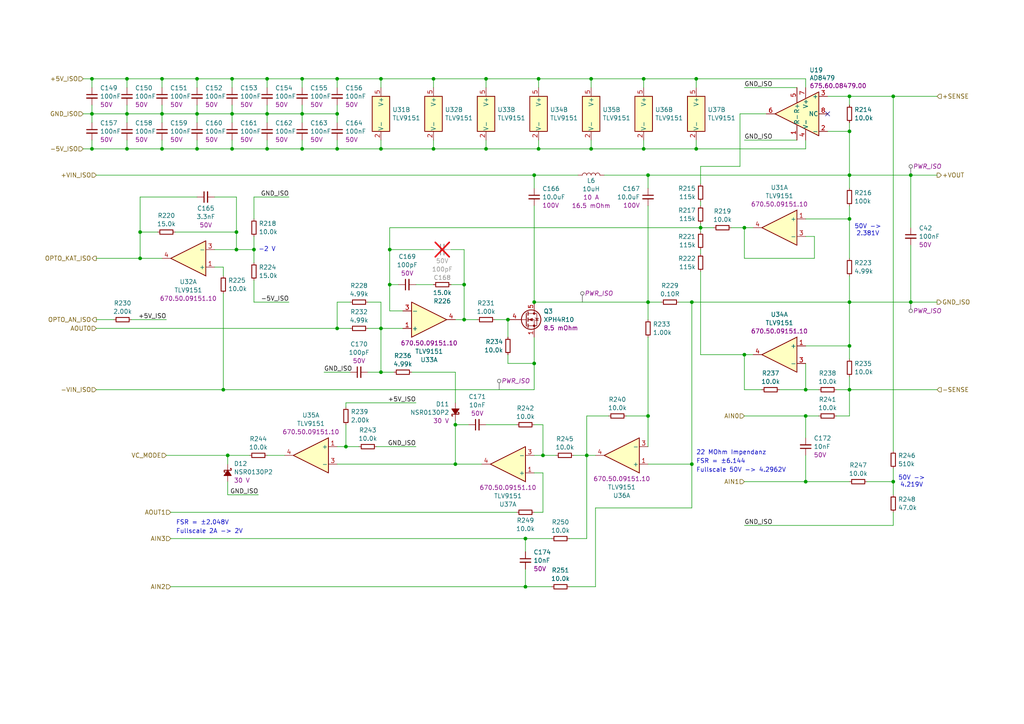
<source format=kicad_sch>
(kicad_sch (version 20231120) (generator "eeschema") (generator_version "8.0")
  (paper "A4")
  (title_block (title "CQ2") (date "2024-08-03") (rev "0") (comment 1 "Linear Post-Regulator") (comment 2 "Manfred Schmitz") (comment 3 "tbd") (comment 4 "2024-07-03") (comment 5 "tbd") (comment 6 "A"))
  (junction (at 233.68 139.7))
  (junction (at 132.08 123.19))
  (junction (at 77.47 33.02))
  (junction (at 110.49 107.95))
  (junction (at 68.58 72.39))
  (junction (at 215.9 66.04))
  (junction (at 57.15 33.02))
  (junction (at 154.94 105.41))
  (junction (at 134.62 82.55))
  (junction (at 259.08 139.7))
  (junction (at 170.18 132.08))
  (junction (at 87.63 22.86))
  (junction (at 157.48 132.08))
  (junction (at 154.94 87.63))
  (junction (at 26.67 33.02))
  (junction (at 215.9 102.87))
  (junction (at 152.4 156.21))
  (junction (at 187.96 50.8))
  (junction (at 246.38 113.03))
  (junction (at 246.38 87.63))
  (junction (at 132.08 134.62))
  (junction (at 113.03 72.39))
  (junction (at 264.16 87.63))
  (junction (at 186.69 43.18))
  (junction (at 77.47 43.18))
  (junction (at 46.99 33.02))
  (junction (at 264.16 50.8))
  (junction (at 140.97 22.86))
  (junction (at 87.63 33.02))
  (junction (at 246.38 50.8))
  (junction (at 36.83 43.18))
  (junction (at 64.77 113.03))
  (junction (at 36.83 33.02))
  (junction (at 233.68 113.03))
  (junction (at 68.58 67.31))
  (junction (at 186.69 22.86))
  (junction (at 57.15 43.18))
  (junction (at 200.66 134.62))
  (junction (at 77.47 22.86))
  (junction (at 156.21 43.18))
  (junction (at 36.83 22.86))
  (junction (at 125.73 43.18))
  (junction (at 67.31 43.18))
  (junction (at 140.97 43.18))
  (junction (at 125.73 22.86))
  (junction (at 97.79 95.25))
  (junction (at 246.38 27.94))
  (junction (at 154.94 50.8))
  (junction (at 246.38 63.5))
  (junction (at 201.93 22.86))
  (junction (at 57.15 22.86))
  (junction (at 73.66 72.39))
  (junction (at 26.67 22.86))
  (junction (at 156.21 22.86))
  (junction (at 40.64 74.93))
  (junction (at 171.45 22.86))
  (junction (at 246.38 38.1))
  (junction (at 87.63 43.18))
  (junction (at 97.79 33.02))
  (junction (at 233.68 120.65))
  (junction (at 152.4 170.18))
  (junction (at 259.08 27.94))
  (junction (at 200.66 87.63))
  (junction (at 40.64 67.31))
  (junction (at 110.49 95.25))
  (junction (at 110.49 43.18))
  (junction (at 187.96 120.65))
  (junction (at 171.45 43.18))
  (junction (at 67.31 22.86))
  (junction (at 246.38 100.33))
  (junction (at 203.2 66.04))
  (junction (at 67.31 33.02))
  (junction (at 147.32 92.71))
  (junction (at 110.49 22.86))
  (junction (at 26.67 43.18))
  (junction (at 46.99 22.86))
  (junction (at 46.99 43.18))
  (junction (at 201.93 43.18))
  (junction (at 66.04 132.08))
  (junction (at 113.03 82.55))
  (junction (at 100.33 129.54))
  (junction (at 97.79 22.86))
  (junction (at 97.79 43.18))
  (junction (at 134.62 92.71))
  (junction (at 187.96 87.63))
  (no_connect (at 240.03 33.02))
  (wire (pts (xy 156.21 43.18) (xy 140.97 43.18)))
  (wire (pts (xy 186.69 22.86) (xy 201.93 22.86)))
  (wire (pts (xy 64.77 85.09) (xy 64.77 113.03)))
  (wire (pts (xy 246.38 50.8) (xy 264.16 50.8)))
  (wire (pts (xy 24.13 22.86) (xy 26.67 22.86)))
  (wire (pts (xy 62.23 57.15) (xy 68.58 57.15)))
  (wire (pts (xy 87.63 33.02) (xy 87.63 35.56)))
  (wire (pts (xy 200.66 134.62) (xy 200.66 87.63)))
  (wire (pts (xy 77.47 132.08) (xy 82.55 132.08)))
  (wire (pts (xy 215.9 152.4) (xy 259.08 152.4)))
  (wire (pts (xy 187.96 87.63) (xy 191.77 87.63)))
  (wire (pts (xy 110.49 95.25) (xy 116.84 95.25)))
  (wire (pts (xy 57.15 22.86) (xy 57.15 25.4)))
  (wire (pts (xy 201.93 22.86) (xy 233.68 22.86)))
  (wire (pts (xy 66.04 143.51) (xy 74.93 143.51)))
  (wire (pts (xy 46.99 30.48) (xy 46.99 33.02)))
  (wire (pts (xy 36.83 40.64) (xy 36.83 43.18)))
  (wire (pts (xy 97.79 87.63) (xy 97.79 95.25)))
  (wire (pts (xy 116.84 90.17) (xy 113.03 90.17)))
  (wire (pts (xy 46.99 43.18) (xy 57.15 43.18)))
  (wire (pts (xy 139.7 134.62) (xy 132.08 134.62)))
  (wire (pts (xy 154.94 50.8) (xy 167.64 50.8)))
  (wire (pts (xy 132.08 121.92) (xy 132.08 123.19)))
  (wire (pts (xy 170.18 120.65) (xy 176.53 120.65)))
  (wire (pts (xy 113.03 82.55) (xy 115.57 82.55)))
  (wire (pts (xy 68.58 57.15) (xy 68.58 67.31)))
  (wire (pts (xy 246.38 59.69) (xy 246.38 63.5)))
  (wire (pts (xy 233.68 132.08) (xy 233.68 139.7)))
  (wire (pts (xy 172.72 170.18) (xy 165.1 170.18)))
  (wire (pts (xy 203.2 66.04) (xy 113.03 66.04)))
  (wire (pts (xy 233.68 40.64) (xy 233.68 43.18)))
  (wire (pts (xy 67.31 43.18) (xy 77.47 43.18)))
  (wire (pts (xy 203.2 102.87) (xy 215.9 102.87)))
  (wire (pts (xy 233.68 127) (xy 233.68 120.65)))
  (wire (pts (xy 259.08 139.7) (xy 259.08 143.51)))
  (wire (pts (xy 67.31 33.02) (xy 77.47 33.02)))
  (wire (pts (xy 215.9 25.4) (xy 231.14 25.4)))
  (wire (pts (xy 203.2 58.42) (xy 203.2 59.69)))
  (wire (pts (xy 73.66 87.63) (xy 83.82 87.63)))
  (wire (pts (xy 113.03 66.04) (xy 113.03 72.39)))
  (wire (pts (xy 48.26 132.08) (xy 66.04 132.08)))
  (wire (pts (xy 26.67 22.86) (xy 26.67 25.4)))
  (wire (pts (xy 26.67 43.18) (xy 36.83 43.18)))
  (wire (pts (xy 147.32 105.41) (xy 154.94 105.41)))
  (wire (pts (xy 156.21 40.64) (xy 156.21 43.18)))
  (wire (pts (xy 97.79 33.02) (xy 97.79 30.48)))
  (wire (pts (xy 87.63 30.48) (xy 87.63 33.02)))
  (wire (pts (xy 246.38 109.22) (xy 246.38 113.03)))
  (wire (pts (xy 156.21 22.86) (xy 156.21 25.4)))
  (wire (pts (xy 201.93 25.4) (xy 201.93 22.86)))
  (wire (pts (xy 27.94 95.25) (xy 97.79 95.25)))
  (wire (pts (xy 77.47 43.18) (xy 87.63 43.18)))
  (wire (pts (xy 154.94 105.41) (xy 154.94 113.03)))
  (wire (pts (xy 172.72 147.32) (xy 200.66 147.32)))
  (wire (pts (xy 215.9 113.03) (xy 215.9 102.87)))
  (wire (pts (xy 66.04 132.08) (xy 72.39 132.08)))
  (wire (pts (xy 233.68 120.65) (xy 237.49 120.65)))
  (wire (pts (xy 201.93 40.64) (xy 201.93 43.18)))
  (wire (pts (xy 57.15 33.02) (xy 57.15 35.56)))
  (wire (pts (xy 140.97 22.86) (xy 140.97 25.4)))
  (wire (pts (xy 172.72 132.08) (xy 170.18 132.08)))
  (wire (pts (xy 40.64 57.15) (xy 40.64 67.31)))
  (wire (pts (xy 110.49 87.63) (xy 106.68 87.63)))
  (wire (pts (xy 46.99 33.02) (xy 36.83 33.02)))
  (wire (pts (xy 175.26 50.8) (xy 187.96 50.8)))
  (wire (pts (xy 233.68 22.86) (xy 233.68 25.4)))
  (wire (pts (xy 246.38 35.56) (xy 246.38 38.1)))
  (wire (pts (xy 100.33 116.84) (xy 100.33 118.11)))
  (wire (pts (xy 242.57 113.03) (xy 246.38 113.03)))
  (wire (pts (xy 49.53 148.59) (xy 149.86 148.59)))
  (wire (pts (xy 46.99 33.02) (xy 57.15 33.02)))
  (wire (pts (xy 100.33 123.19) (xy 100.33 129.54)))
  (wire (pts (xy 154.94 50.8) (xy 154.94 54.61)))
  (wire (pts (xy 143.51 92.71) (xy 147.32 92.71)))
  (wire (pts (xy 36.83 30.48) (xy 36.83 33.02)))
  (wire (pts (xy 38.1 92.71) (xy 48.26 92.71)))
  (wire (pts (xy 212.09 66.04) (xy 215.9 66.04)))
  (wire (pts (xy 26.67 30.48) (xy 26.67 33.02)))
  (wire (pts (xy 57.15 57.15) (xy 40.64 57.15)))
  (wire (pts (xy 67.31 22.86) (xy 57.15 22.86)))
  (wire (pts (xy 132.08 116.84) (xy 132.08 107.95)))
  (wire (pts (xy 77.47 33.02) (xy 77.47 30.48)))
  (wire (pts (xy 165.1 156.21) (xy 170.18 156.21)))
  (wire (pts (xy 215.9 120.65) (xy 233.68 120.65)))
  (wire (pts (xy 259.08 27.94) (xy 271.78 27.94)))
  (wire (pts (xy 36.83 33.02) (xy 36.83 35.56)))
  (wire (pts (xy 187.96 120.65) (xy 187.96 129.54)))
  (wire (pts (xy 57.15 30.48) (xy 57.15 33.02)))
  (wire (pts (xy 203.2 48.26) (xy 214.63 48.26)))
  (wire (pts (xy 140.97 40.64) (xy 140.97 43.18)))
  (wire (pts (xy 171.45 22.86) (xy 186.69 22.86)))
  (wire (pts (xy 156.21 22.86) (xy 171.45 22.86)))
  (wire (pts (xy 46.99 40.64) (xy 46.99 43.18)))
  (wire (pts (xy 33.02 92.71) (xy 27.94 92.71)))
  (wire (pts (xy 125.73 22.86) (xy 140.97 22.86)))
  (wire (pts (xy 200.66 147.32) (xy 200.66 134.62)))
  (wire (pts (xy 242.57 120.65) (xy 246.38 120.65)))
  (wire (pts (xy 203.2 64.77) (xy 203.2 66.04)))
  (wire (pts (xy 215.9 139.7) (xy 233.68 139.7)))
  (wire (pts (xy 87.63 40.64) (xy 87.63 43.18)))
  (wire (pts (xy 36.83 43.18) (xy 46.99 43.18)))
  (wire (pts (xy 57.15 43.18) (xy 67.31 43.18)))
  (wire (pts (xy 186.69 43.18) (xy 171.45 43.18)))
  (wire (pts (xy 24.13 43.18) (xy 26.67 43.18)))
  (wire (pts (xy 246.38 38.1) (xy 240.03 38.1)))
  (wire (pts (xy 152.4 165.1) (xy 152.4 170.18)))
  (wire (pts (xy 77.47 22.86) (xy 77.47 25.4)))
  (wire (pts (xy 215.9 74.93) (xy 215.9 66.04)))
  (wire (pts (xy 264.16 71.12) (xy 264.16 87.63)))
  (wire (pts (xy 67.31 22.86) (xy 77.47 22.86)))
  (wire (pts (xy 215.9 66.04) (xy 218.44 66.04)))
  (wire (pts (xy 73.66 57.15) (xy 73.66 63.5)))
  (wire (pts (xy 67.31 33.02) (xy 67.31 35.56)))
  (wire (pts (xy 171.45 40.64) (xy 171.45 43.18)))
  (wire (pts (xy 152.4 160.02) (xy 152.4 156.21)))
  (wire (pts (xy 140.97 43.18) (xy 125.73 43.18)))
  (wire (pts (xy 246.38 54.61) (xy 246.38 50.8)))
  (wire (pts (xy 215.9 102.87) (xy 218.44 102.87)))
  (wire (pts (xy 97.79 95.25) (xy 101.6 95.25)))
  (wire (pts (xy 132.08 107.95) (xy 119.38 107.95)))
  (wire (pts (xy 259.08 135.89) (xy 259.08 139.7)))
  (wire (pts (xy 87.63 33.02) (xy 97.79 33.02)))
  (wire (pts (xy 154.94 132.08) (xy 157.48 132.08)))
  (wire (pts (xy 106.68 95.25) (xy 110.49 95.25)))
  (wire (pts (xy 233.68 113.03) (xy 237.49 113.03)))
  (wire (pts (xy 166.37 132.08) (xy 170.18 132.08)))
  (wire (pts (xy 73.66 68.58) (xy 73.66 72.39)))
  (wire (pts (xy 264.16 50.8) (xy 264.16 66.04)))
  (wire (pts (xy 57.15 40.64) (xy 57.15 43.18)))
  (wire (pts (xy 97.79 134.62) (xy 132.08 134.62)))
  (wire (pts (xy 125.73 22.86) (xy 125.73 25.4)))
  (wire (pts (xy 26.67 33.02) (xy 26.67 35.56)))
  (wire (pts (xy 171.45 22.86) (xy 171.45 25.4)))
  (wire (pts (xy 110.49 22.86) (xy 125.73 22.86)))
  (wire (pts (xy 26.67 40.64) (xy 26.67 43.18)))
  (wire (pts (xy 46.99 22.86) (xy 57.15 22.86)))
  (wire (pts (xy 68.58 72.39) (xy 73.66 72.39)))
  (wire (pts (xy 181.61 120.65) (xy 187.96 120.65)))
  (wire (pts (xy 186.69 22.86) (xy 186.69 25.4)))
  (wire (pts (xy 171.45 43.18) (xy 156.21 43.18)))
  (wire (pts (xy 97.79 22.86) (xy 110.49 22.86)))
  (wire (pts (xy 246.38 87.63) (xy 264.16 87.63)))
  (wire (pts (xy 187.96 87.63) (xy 187.96 92.71)))
  (wire (pts (xy 110.49 107.95) (xy 114.3 107.95)))
  (wire (pts (xy 246.38 27.94) (xy 259.08 27.94)))
  (wire (pts (xy 233.68 68.58) (xy 236.22 68.58)))
  (wire (pts (xy 100.33 129.54) (xy 104.14 129.54)))
  (wire (pts (xy 36.83 22.86) (xy 36.83 25.4)))
  (wire (pts (xy 154.94 137.16) (xy 157.48 137.16)))
  (wire (pts (xy 154.94 59.69) (xy 154.94 87.63)))
  (wire (pts (xy 246.38 113.03) (xy 271.78 113.03)))
  (wire (pts (xy 73.66 81.28) (xy 73.66 87.63)))
  (wire (pts (xy 259.08 152.4) (xy 259.08 148.59)))
  (wire (pts (xy 45.72 67.31) (xy 40.64 67.31)))
  (wire (pts (xy 187.96 59.69) (xy 187.96 87.63)))
  (wire (pts (xy 49.53 156.21) (xy 152.4 156.21)))
  (wire (pts (xy 27.94 113.03) (xy 64.77 113.03)))
  (wire (pts (xy 113.03 72.39) (xy 113.03 82.55)))
  (wire (pts (xy 203.2 67.31) (xy 203.2 66.04)))
  (wire (pts (xy 97.79 22.86) (xy 97.79 25.4)))
  (wire (pts (xy 125.73 40.64) (xy 125.73 43.18)))
  (wire (pts (xy 50.8 67.31) (xy 68.58 67.31)))
  (wire (pts (xy 46.99 74.93) (xy 40.64 74.93)))
  (wire (pts (xy 172.72 147.32) (xy 172.72 170.18)))
  (wire (pts (xy 73.66 57.15) (xy 83.82 57.15)))
  (wire (pts (xy 154.94 97.79) (xy 154.94 105.41)))
  (wire (pts (xy 120.65 129.54) (xy 109.22 129.54)))
  (wire (pts (xy 132.08 123.19) (xy 135.89 123.19)))
  (wire (pts (xy 203.2 102.87) (xy 203.2 78.74)))
  (wire (pts (xy 233.68 100.33) (xy 246.38 100.33)))
  (wire (pts (xy 246.38 27.94) (xy 240.03 27.94)))
  (wire (pts (xy 57.15 33.02) (xy 67.31 33.02)))
  (wire (pts (xy 147.32 102.87) (xy 147.32 105.41)))
  (wire (pts (xy 157.48 123.19) (xy 157.48 132.08)))
  (wire (pts (xy 201.93 43.18) (xy 233.68 43.18)))
  (wire (pts (xy 203.2 73.66) (xy 203.2 72.39)))
  (wire (pts (xy 200.66 87.63) (xy 246.38 87.63)))
  (wire (pts (xy 152.4 156.21) (xy 160.02 156.21)))
  (wire (pts (xy 64.77 77.47) (xy 64.77 80.01)))
  (wire (pts (xy 246.38 100.33) (xy 246.38 104.14)))
  (wire (pts (xy 125.73 43.18) (xy 110.49 43.18)))
  (wire (pts (xy 246.38 30.48) (xy 246.38 27.94)))
  (wire (pts (xy 236.22 68.58) (xy 236.22 74.93)))
  (wire (pts (xy 46.99 22.86) (xy 46.99 25.4)))
  (wire (pts (xy 140.97 22.86) (xy 156.21 22.86)))
  (wire (pts (xy 113.03 90.17) (xy 113.03 82.55)))
  (wire (pts (xy 93.98 107.95) (xy 101.6 107.95)))
  (wire (pts (xy 187.96 97.79) (xy 187.96 120.65)))
  (wire (pts (xy 27.94 50.8) (xy 154.94 50.8)))
  (wire (pts (xy 66.04 139.7) (xy 66.04 143.51)))
  (wire (pts (xy 203.2 48.26) (xy 203.2 53.34)))
  (wire (pts (xy 101.6 87.63) (xy 97.79 87.63)))
  (wire (pts (xy 147.32 92.71) (xy 147.32 97.79)))
  (wire (pts (xy 73.66 76.2) (xy 73.66 72.39)))
  (wire (pts (xy 110.49 40.64) (xy 110.49 43.18)))
  (wire (pts (xy 187.96 50.8) (xy 187.96 54.61)))
  (wire (pts (xy 226.06 113.03) (xy 233.68 113.03)))
  (wire (pts (xy 40.64 67.31) (xy 40.64 74.93)))
  (wire (pts (xy 67.31 30.48) (xy 67.31 33.02)))
  (wire (pts (xy 77.47 33.02) (xy 87.63 33.02)))
  (wire (pts (xy 64.77 77.47) (xy 62.23 77.47)))
  (wire (pts (xy 214.63 33.02) (xy 214.63 48.26)))
  (wire (pts (xy 134.62 92.71) (xy 138.43 92.71)))
  (wire (pts (xy 246.38 38.1) (xy 246.38 50.8)))
  (wire (pts (xy 154.94 87.63) (xy 187.96 87.63)))
  (wire (pts (xy 67.31 22.86) (xy 67.31 25.4)))
  (wire (pts (xy 87.63 43.18) (xy 97.79 43.18)))
  (wire (pts (xy 130.81 82.55) (xy 134.62 82.55)))
  (wire (pts (xy 97.79 33.02) (xy 97.79 35.56)))
  (wire (pts (xy 26.67 33.02) (xy 36.83 33.02)))
  (wire (pts (xy 67.31 40.64) (xy 67.31 43.18)))
  (wire (pts (xy 233.68 105.41) (xy 233.68 113.03)))
  (wire (pts (xy 187.96 50.8) (xy 246.38 50.8)))
  (wire (pts (xy 66.04 132.08) (xy 66.04 134.62)))
  (wire (pts (xy 62.23 72.39) (xy 68.58 72.39)))
  (wire (pts (xy 186.69 40.64) (xy 186.69 43.18)))
  (wire (pts (xy 64.77 113.03) (xy 154.94 113.03)))
  (wire (pts (xy 233.68 63.5) (xy 246.38 63.5)))
  (wire (pts (xy 157.48 132.08) (xy 161.29 132.08)))
  (wire (pts (xy 187.96 134.62) (xy 200.66 134.62)))
  (wire (pts (xy 196.85 87.63) (xy 200.66 87.63)))
  (wire (pts (xy 214.63 33.02) (xy 222.25 33.02)))
  (wire (pts (xy 110.49 95.25) (xy 110.49 107.95)))
  (wire (pts (xy 157.48 148.59) (xy 154.94 148.59)))
  (wire (pts (xy 97.79 129.54) (xy 100.33 129.54)))
  (wire (pts (xy 26.67 22.86) (xy 36.83 22.86)))
  (wire (pts (xy 46.99 33.02) (xy 46.99 35.56)))
  (wire (pts (xy 87.63 22.86) (xy 97.79 22.86)))
  (wire (pts (xy 246.38 80.01) (xy 246.38 87.63)))
  (wire (pts (xy 152.4 170.18) (xy 160.02 170.18)))
  (wire (pts (xy 110.49 22.86) (xy 110.49 25.4)))
  (wire (pts (xy 251.46 139.7) (xy 259.08 139.7)))
  (wire (pts (xy 132.08 92.71) (xy 134.62 92.71)))
  (wire (pts (xy 220.98 113.03) (xy 215.9 113.03)))
  (wire (pts (xy 134.62 82.55) (xy 134.62 92.71)))
  (wire (pts (xy 106.68 107.95) (xy 110.49 107.95)))
  (wire (pts (xy 170.18 156.21) (xy 170.18 132.08)))
  (wire (pts (xy 264.16 50.8) (xy 271.78 50.8)))
  (wire (pts (xy 264.16 87.63) (xy 271.78 87.63)))
  (wire (pts (xy 140.97 123.19) (xy 149.86 123.19)))
  (wire (pts (xy 246.38 100.33) (xy 246.38 87.63)))
  (wire (pts (xy 110.49 95.25) (xy 110.49 87.63)))
  (wire (pts (xy 77.47 33.02) (xy 77.47 35.56)))
  (wire (pts (xy 132.08 123.19) (xy 132.08 134.62)))
  (wire (pts (xy 215.9 40.64) (xy 231.14 40.64)))
  (wire (pts (xy 246.38 63.5) (xy 246.38 74.93)))
  (wire (pts (xy 24.13 33.02) (xy 26.67 33.02)))
  (wire (pts (xy 259.08 27.94) (xy 259.08 130.81)))
  (wire (pts (xy 236.22 74.93) (xy 215.9 74.93)))
  (wire (pts (xy 134.62 72.39) (xy 134.62 82.55)))
  (wire (pts (xy 154.94 123.19) (xy 157.48 123.19)))
  (wire (pts (xy 77.47 22.86) (xy 87.63 22.86)))
  (wire (pts (xy 130.81 72.39) (xy 134.62 72.39)))
  (wire (pts (xy 49.53 170.18) (xy 152.4 170.18)))
  (wire (pts (xy 77.47 43.18) (xy 77.47 40.64)))
  (wire (pts (xy 100.33 116.84) (xy 120.65 116.84)))
  (wire (pts (xy 68.58 72.39) (xy 68.58 67.31)))
  (wire (pts (xy 125.73 72.39) (xy 113.03 72.39)))
  (wire (pts (xy 87.63 22.86) (xy 87.63 25.4)))
  (wire (pts (xy 27.94 74.93) (xy 40.64 74.93)))
  (wire (pts (xy 233.68 139.7) (xy 246.38 139.7)))
  (wire (pts (xy 203.2 66.04) (xy 207.01 66.04)))
  (wire (pts (xy 201.93 43.18) (xy 186.69 43.18)))
  (wire (pts (xy 246.38 120.65) (xy 246.38 113.03)))
  (wire (pts (xy 170.18 132.08) (xy 170.18 120.65)))
  (wire (pts (xy 46.99 22.86) (xy 36.83 22.86)))
  (wire (pts (xy 157.48 137.16) (xy 157.48 148.59)))
  (wire (pts (xy 110.49 43.18) (xy 97.79 43.18)))
  (wire (pts (xy 120.65 82.55) (xy 125.73 82.55)))
  (wire (pts (xy 97.79 43.18) (xy 97.79 40.64)))
  (text "FSR = ±2.048V" (at 51.054 152.4 0) (effects (font (size 1.27 1.27)) (justify left bottom)))
  (text "A" (at 287.147 231.14 0) (effects (font (size 1.4986 1.4986)) (justify left bottom)))
  (text "FSR = ±6.144" (at 201.93 134.62 0) (effects (font (size 1.27 1.27)) (justify left bottom)))
  (text "50V ->\n4.219V" (at 264.414 139.7 0) (effects (font (size 1.27 1.27))))
  (text "50V ->\n2.381V" (at 251.714 66.802 0) (effects (font (size 1.27 1.27))))
  (text "Fullscale 2A -> 2V" (at 51.054 154.94 0) (effects (font (size 1.27 1.27)) (justify left bottom)))
  (text "22 MOhm Impendanz" (at 201.93 132.08 0) (effects (font (size 1.27 1.27)) (justify left bottom)))
  (text "-2 V" (at 77.47 72.39 0) (effects (font (size 1.27 1.27))))
  (text "Fullscale 50V -> 4.2962V" (at 201.93 137.16 0) (effects (font (size 1.27 1.27)) (justify left bottom)))
  (label "GND_ISO" (at 215.9 40.64 0))
  (label "GND_ISO" (at 74.93 143.51 180))
  (label "GND_ISO" (at 83.82 57.15 180))
  (label "GND_ISO" (at 215.9 25.4 0))
  (label "+5V_ISO" (at 120.65 116.84 180))
  (label "GND_ISO" (at 93.98 107.95 0))
  (label "GND_ISO" (at 120.65 129.54 180))
  (label "+5V_ISO" (at 48.26 92.71 180))
  (label "-5V_ISO" (at 83.82 87.63 180))
  (label "GND_ISO" (at 215.9 152.4 0))
  (hierarchical_label "+VIN_ISO" (shape input) (at 27.94 50.8 180))
  (hierarchical_label "VC_MODE" (shape input) (at 48.26 132.08 180))
  (hierarchical_label "GND_ISO" (shape input) (at 24.13 33.02 180))
  (hierarchical_label "+SENSE" (shape input) (at 271.78 27.94 0))
  (hierarchical_label "+5V_ISO" (shape input) (at 24.13 22.86 180))
  (hierarchical_label "GND_ISO" (shape output) (at 271.78 87.63 0))
  (hierarchical_label "-VIN_ISO" (shape input) (at 27.94 113.03 180))
  (hierarchical_label "OPTO_KAT_ISO" (shape output) (at 27.94 74.93 180))
  (hierarchical_label "+VOUT" (shape output) (at 271.78 50.8 0))
  (hierarchical_label "AOUT0" (shape input) (at 27.94 95.25 180))
  (hierarchical_label "-SENSE" (shape input) (at 271.78 113.03 0))
  (hierarchical_label "AIN0" (shape input) (at 215.9 120.65 180))
  (hierarchical_label "AIN3" (shape input) (at 49.53 156.21 180))
  (hierarchical_label "AIN1" (shape input) (at 215.9 139.7 180))
  (hierarchical_label "-5V_ISO" (shape input) (at 24.13 43.18 180))
  (hierarchical_label "OPTO_AN_ISO" (shape output) (at 27.94 92.71 180))
  (hierarchical_label "AOUT1" (shape input) (at 49.53 148.59 180))
  (hierarchical_label "AIN2" (shape input) (at 49.53 170.18 180))
  (netclass_flag "" (length 2.54) (shape round) (at 264.16 50.8 0) (property "Netclass" "PWR_ISO" (at 264.7696 48.26 0) (effects (font (italic yes)) (justify left))))
  (netclass_flag "" (length 2.54) (shape round) (at 264.16 87.63 180) (property "Netclass" "PWR_ISO" (at 264.7696 90.17 0) (effects (font (italic yes)) (justify left))))
  (netclass_flag "" (length 2.54) (shape round) (at 144.78 113.03 0) (property "Netclass" "PWR_ISO" (at 145.3896 110.49 0) (effects (font (italic yes)) (justify left))))
  (netclass_flag "" (length 2.54) (shape round) (at 168.91 87.63 0) (property "Netclass" "PWR_ISO" (at 169.5196 85.09 0) (effects (font (italic yes)) (justify left))))
  (symbol (lib_id "ci4rail-database:resistors/170") (at 246.38 77.47 180) (unit 1)
    (property "Reference" "R223" (at 247.777 76.2578 0) (effects (justify right)))
    (property "Value" "4.99k" (at 247.777 78.6821 0) (effects (justify right)))
    (property "Footprint" "0-standard:0402-resistor" (effects (hide yes)))
    (property "Description" "Thick film resistor" (effects (hide yes)))
    (property "Value1" "+/-1%" (effects (hide yes)))
    (property "Value2" "100 ppm" (effects (hide yes)))
    (property "Value3" "62.5 mW" (effects (hide yes)))
    (property "Value4" "50 V" (effects (hide yes)))
    (property "MPN" "n/a" (effects (hide yes)))
    (property "LTB" "9999" (effects (hide yes)))
    (property "ERP1" "M110-00154-00" (effects (hide yes)))
    (property "ERP2" "101.403.2499" (effects (hide yes)))
    (property "Lifecycle" "released" (effects (hide yes)))
    (property "Cost" "0.01" (effects (hide yes)))
    (property "Outline" "SMT 0402" (effects (hide yes)))
    (instances (project "cq2" (path "" (reference "R223") (unit 1)) (path "" (reference "R308") (unit 1))))
  )
  (symbol (lib_id "ci4rail-database:inductors/48") (at 171.45 50.8 90) (unit 1)
    (property "Reference" "L6" (at 171.45 52.393 90))
    (property "Value" "10uH" (at 171.45 54.8173 90))
    (property "Footprint" "1-special:inductors-48" (effects (hide yes)))
    (property "Datasheet" "${KICAD_CI4RAIL_DATASHEET_DIR}/inductors-48" (effects (hide yes)))
    (property "Description" "Power Inductor" (effects (hide yes)))
    (property "Value1" "10 A" (at 171.45 57.2416 90))
    (property "Value2" "16.5 mOhm" (at 171.45 59.6659 90))
    (property "MPN" "Bourns SRP1265A-100M" (effects (hide yes)))
    (property "LTB" "2034" (effects (hide yes)))
    (property "Lifecycle" "review pending CQ2" (effects (hide yes)))
    (property "Cost" "0.72" (effects (hide yes)))
    (property "ERP1" "inductors-48" (effects (hide yes)))
    (property "ERP2" "119.1.135125.310.100" (effects (hide yes)))
    (property "Outline" "SMT 13.5x12.5x6.2mm" (effects (hide yes)))
    (instances (project "cq2" (path "" (reference "L6") (unit 1)) (path "" (reference "L8") (unit 1))))
  )
  (symbol (lib_id "ci4rail-database:resistors/214") (at 203.2 62.23 0) (unit 1)
    (property "Reference" "R217" (at 201.803 61.0178 0) (effects (justify right)))
    (property "Value" "115k" (at 201.803 63.4421 0) (effects (justify right)))
    (property "Footprint" "0-standard:0402-resistor" (effects (hide yes)))
    (property "Description" "Thick film resistor" (effects (hide yes)))
    (property "Value1" "+/-1%" (effects (hide yes)))
    (property "Value2" "100 ppm" (effects (hide yes)))
    (property "Value3" "62.5 mW" (effects (hide yes)))
    (property "Value4" "50 V" (effects (hide yes)))
    (property "MPN" "n/a" (effects (hide yes)))
    (property "LTB" "9999" (effects (hide yes)))
    (property "ERP1" "M110-00198-00" (effects (hide yes)))
    (property "ERP2" "101.403.4115" (effects (hide yes)))
    (property "Lifecycle" "released" (effects (hide yes)))
    (property "Cost" "0.01" (effects (hide yes)))
    (property "Outline" "SMT 0402" (effects (hide yes)))
    (instances (project "cq2" (path "" (reference "R217") (unit 1)) (path "" (reference "R302") (unit 1))))
  )
  (symbol (lib_id "ci4rail-database:resistors/150") (at 187.96 95.25 0) (unit 1)
    (property "Reference" "R233" (at 189.357 94.0378 0) (effects (justify left)))
    (property "Value" "1.00k" (at 189.357 96.4621 0) (effects (justify left)))
    (property "Footprint" "0-standard:0402-resistor" (effects (hide yes)))
    (property "Description" "Thick film resistor" (effects (hide yes)))
    (property "Value1" "+/-1%" (effects (hide yes)))
    (property "Value2" "100 ppm" (effects (hide yes)))
    (property "Value3" "62.5 mW" (effects (hide yes)))
    (property "Value4" "50 V" (effects (hide yes)))
    (property "MPN" "n/a" (effects (hide yes)))
    (property "LTB" "9999" (effects (hide yes)))
    (property "ERP1" "M110-00134-00" (effects (hide yes)))
    (property "ERP2" "101.403.2100" (effects (hide yes)))
    (property "Lifecycle" "released" (effects (hide yes)))
    (property "Cost" "0.01" (effects (hide yes)))
    (property "Outline" "SMT 0402" (effects (hide yes)))
    (instances (project "cq2" (path "" (reference "R233") (unit 1)) (path "" (reference "R318") (unit 1))))
  )
  (symbol (lib_id "ci4rail-database:resistors/179") (at 240.03 120.65 90) (unit 1)
    (property "Reference" "R241" (at 240.03 115.8705 90))
    (property "Value" "10.0k" (at 240.03 118.2948 90))
    (property "Footprint" "0-standard:0402-resistor" (effects (hide yes)))
    (property "Description" "Thick film resistor" (effects (hide yes)))
    (property "Value1" "+/-1%" (effects (hide yes)))
    (property "Value2" "100 ppm" (effects (hide yes)))
    (property "Value3" "62.5 mW" (effects (hide yes)))
    (property "Value4" "50 V" (effects (hide yes)))
    (property "MPN" "n/a" (effects (hide yes)))
    (property "LTB" "9999" (effects (hide yes)))
    (property "ERP1" "M110-00163-00" (effects (hide yes)))
    (property "ERP2" "101.403.3100" (effects (hide yes)))
    (property "Lifecycle" "released" (effects (hide yes)))
    (property "Cost" "0.01" (effects (hide yes)))
    (property "Outline" "SMT 0402" (effects (hide yes)))
    (instances (project "cq2" (path "" (reference "R241") (unit 1)) (path "" (reference "R326") (unit 1))))
  )
  (symbol (lib_id "ci4rail-database:capacitors/86") (at 26.67 27.94 0) (unit 1)
    (property "Reference" "C149" (at 28.9941 25.522 0) (effects (justify left)))
    (property "Value" "100nF" (at 28.9941 27.9463 0) (effects (justify left)))
    (property "Footprint" "0-standard:0402-capacitor" (effects (hide yes)))
    (property "Description" "Multilayer Ceramic Capacitors" (effects (hide yes)))
    (property "Value1" "+/-10 %" (effects (hide yes)))
    (property "Value2" "50V" (at 28.9941 30.3706 0) (effects (justify left)))
    (property "Value3" "X5R/X7R" (effects (hide yes)))
    (property "MPN" "n/a" (effects (hide yes)))
    (property "LTB" "9999" (effects (hide yes)))
    (property "ERP1" "M120-00060-00" (effects (hide yes)))
    (property "ERP2" "110.42.410.050.0" (effects (hide yes)))
    (property "Cost" "0.02" (effects (hide yes)))
    (property "Lifecycle" "released" (effects (hide yes)))
    (property "Outline" "SMT 0402" (effects (hide yes)))
    (instances (project "cq2" (path "" (reference "C149") (unit 1)) (path "" (reference "C227") (unit 1))))
  )
  (symbol (lib_id "ci4rail-database:integrated/142") (at 147.32 134.62 180) (unit 1)
    (property "Reference" "U37" (at 147.32 146.2687 0))
    (property "Value" "TLV9151" (at 147.32 143.8444 0))
    (property "Footprint" "0-standard:SOT-353_SC-70-5" (effects (hide yes)))
    (property "Datasheet" "${KICAD_CI4RAIL_DATASHEET_DIR}/integrated-142" (effects (hide yes)))
    (property "Description" "Analog OPAMP single rail-to-rail" (effects (hide yes)))
    (property "ERP2" "670.50.09151.10" (at 147.32 141.4201 0))
    (property "Value1" "Rail-to-Rail I/O" (effects (hide yes)))
    (property "Value2" "2.7 to 16 V" (effects (hide yes)))
    (property "Value3" "21 V/us" (effects (hide yes)))
    (property "MPN" "TI TLV9151IDCKR" (effects (hide yes)))
    (property "LTB" "2034" (effects (hide yes)))
    (property "ERP1" "integrated-142" (effects (hide yes)))
    (property "Cost" "0.46" (effects (hide yes)))
    (property "Lifecycle" "ERP1 pending SO1" (effects (hide yes)))
    (property "Outline" "SMT SOT-353_SC-70-5" (effects (hide yes)))
    (instances (project "cq2" (path "" (reference "U37") (unit 1)) (path "" (reference "U62") (unit 1))))
  )
  (symbol (lib_id "ci4rail-database:capacitors/78") (at 138.43 123.19 90) (unit 1)
    (property "Reference" "C171" (at 138.4363 115.0592 90))
    (property "Value" "10nF" (at 138.4363 117.4835 90))
    (property "Footprint" "0-standard:0402-capacitor" (effects (hide yes)))
    (property "Description" "Multilayer Ceramic Capacitors" (effects (hide yes)))
    (property "Value1" "+/-10 %" (effects (hide yes)))
    (property "Value2" "50V" (at 138.4363 119.9078 90))
    (property "Value3" "X7R" (effects (hide yes)))
    (property "MPN" "n/a" (effects (hide yes)))
    (property "LTB" "9999" (effects (hide yes)))
    (property "ERP1" "M120-00052-00" (effects (hide yes)))
    (property "ERP2" "110.42.310.050.0" (effects (hide yes)))
    (property "Cost" "0.02" (effects (hide yes)))
    (property "Lifecycle" "released" (effects (hide yes)))
    (property "Outline" "SMT 0402" (effects (hide yes)))
    (instances (project "cq2" (path "" (reference "C171") (unit 1)) (path "" (reference "C249") (unit 1))))
  )
  (symbol (lib_id "ci4rail-database:integrated/142") (at 226.06 102.87 0) (mirror y) (unit 1)
    (property "Reference" "U34" (at 226.06 91.2213 0))
    (property "Value" "TLV9151" (at 226.06 93.6456 0))
    (property "Footprint" "0-standard:SOT-353_SC-70-5" (effects (hide yes)))
    (property "Datasheet" "${KICAD_CI4RAIL_DATASHEET_DIR}/integrated-142" (effects (hide yes)))
    (property "Description" "Analog OPAMP single rail-to-rail" (effects (hide yes)))
    (property "ERP2" "670.50.09151.10" (at 226.06 96.0699 0))
    (property "Value1" "Rail-to-Rail I/O" (effects (hide yes)))
    (property "Value2" "2.7 to 16 V" (effects (hide yes)))
    (property "Value3" "21 V/us" (effects (hide yes)))
    (property "MPN" "TI TLV9151IDCKR" (effects (hide yes)))
    (property "LTB" "2034" (effects (hide yes)))
    (property "ERP1" "integrated-142" (effects (hide yes)))
    (property "Cost" "0.46" (effects (hide yes)))
    (property "Lifecycle" "ERP1 pending SO1" (effects (hide yes)))
    (property "Outline" "SMT SOT-353_SC-70-5" (effects (hide yes)))
    (instances (project "cq2" (path "" (reference "U34") (unit 1)) (path "" (reference "U59") (unit 1))))
  )
  (symbol (lib_id "ci4rail-database:capacitors/86") (at 87.63 27.94 0) (unit 1)
    (property "Reference" "C155" (at 89.9541 25.522 0) (effects (justify left)))
    (property "Value" "100nF" (at 89.9541 27.9463 0) (effects (justify left)))
    (property "Footprint" "0-standard:0402-capacitor" (effects (hide yes)))
    (property "Description" "Multilayer Ceramic Capacitors" (effects (hide yes)))
    (property "Value1" "+/-10 %" (effects (hide yes)))
    (property "Value2" "50V" (at 89.9541 30.3706 0) (effects (justify left)))
    (property "Value3" "X5R/X7R" (effects (hide yes)))
    (property "MPN" "n/a" (effects (hide yes)))
    (property "LTB" "9999" (effects (hide yes)))
    (property "ERP1" "M120-00060-00" (effects (hide yes)))
    (property "ERP2" "110.42.410.050.0" (effects (hide yes)))
    (property "Cost" "0.02" (effects (hide yes)))
    (property "Lifecycle" "released" (effects (hide yes)))
    (property "Outline" "SMT 0402" (effects (hide yes)))
    (instances (project "cq2" (path "" (reference "C155") (unit 1)) (path "" (reference "C233") (unit 1))))
  )
  (symbol (lib_id "ci4rail-database:integrated/142") (at 110.49 33.02 0) (unit 2)
    (property "Reference" "U31" (at 113.792 31.8078 0) (effects (justify left)))
    (property "Value" "TLV9151" (at 113.792 34.2321 0) (effects (justify left)))
    (property "Footprint" "0-standard:SOT-353_SC-70-5" (effects (hide yes)))
    (property "Datasheet" "${KICAD_CI4RAIL_DATASHEET_DIR}/integrated-142" (effects (hide yes)))
    (property "Description" "Analog OPAMP single rail-to-rail" (effects (hide yes)))
    (property "ERP2" "670.50.09151.10" (effects (hide yes)))
    (property "Value1" "Rail-to-Rail I/O" (effects (hide yes)))
    (property "Value2" "2.7 to 16 V" (effects (hide yes)))
    (property "Value3" "21 V/us" (effects (hide yes)))
    (property "MPN" "TI TLV9151IDCKR" (effects (hide yes)))
    (property "LTB" "2034" (effects (hide yes)))
    (property "ERP1" "integrated-142" (effects (hide yes)))
    (property "Cost" "0.46" (effects (hide yes)))
    (property "Lifecycle" "ERP1 pending SO1" (effects (hide yes)))
    (property "Outline" "SMT SOT-353_SC-70-5" (effects (hide yes)))
    (instances (project "" (path "" (reference "U31") (unit 2)) (path "" (reference "U56") (unit 2))))
  )
  (symbol (lib_id "ci4rail-database:resistors/179") (at 179.07 120.65 90) (unit 1)
    (property "Reference" "R240" (at 179.07 115.8705 90))
    (property "Value" "10.0k" (at 179.07 118.2948 90))
    (property "Footprint" "0-standard:0402-resistor" (effects (hide yes)))
    (property "Description" "Thick film resistor" (effects (hide yes)))
    (property "Value1" "+/-1%" (effects (hide yes)))
    (property "Value2" "100 ppm" (effects (hide yes)))
    (property "Value3" "62.5 mW" (effects (hide yes)))
    (property "Value4" "50 V" (effects (hide yes)))
    (property "MPN" "n/a" (effects (hide yes)))
    (property "LTB" "9999" (effects (hide yes)))
    (property "ERP1" "M110-00163-00" (effects (hide yes)))
    (property "ERP2" "101.403.3100" (effects (hide yes)))
    (property "Lifecycle" "released" (effects (hide yes)))
    (property "Cost" "0.01" (effects (hide yes)))
    (property "Outline" "SMT 0402" (effects (hide yes)))
    (instances (project "cq2" (path "" (reference "R240") (unit 1)) (path "" (reference "R325") (unit 1))))
  )
  (symbol (lib_id "ci4rail-database:integrated/142") (at 186.69 33.02 0) (unit 2)
    (property "Reference" "U36" (at 189.992 31.8078 0) (effects (justify left)))
    (property "Value" "TLV9151" (at 189.992 34.2321 0) (effects (justify left)))
    (property "Footprint" "0-standard:SOT-353_SC-70-5" (effects (hide yes)))
    (property "Datasheet" "${KICAD_CI4RAIL_DATASHEET_DIR}/integrated-142" (effects (hide yes)))
    (property "Description" "Analog OPAMP single rail-to-rail" (effects (hide yes)))
    (property "ERP2" "670.50.09151.10" (effects (hide yes)))
    (property "Value1" "Rail-to-Rail I/O" (effects (hide yes)))
    (property "Value2" "2.7 to 16 V" (effects (hide yes)))
    (property "Value3" "21 V/us" (effects (hide yes)))
    (property "MPN" "TI TLV9151IDCKR" (effects (hide yes)))
    (property "LTB" "2034" (effects (hide yes)))
    (property "ERP1" "integrated-142" (effects (hide yes)))
    (property "Cost" "0.46" (effects (hide yes)))
    (property "Lifecycle" "ERP1 pending SO1" (effects (hide yes)))
    (property "Outline" "SMT SOT-353_SC-70-5" (effects (hide yes)))
    (instances (project "cq2" (path "" (reference "U36") (unit 2)) (path "" (reference "U61") (unit 2))))
  )
  (symbol (lib_id "ci4rail-database:resistors/179") (at 106.68 129.54 90) (unit 1)
    (property "Reference" "R243" (at 106.68 124.7605 90))
    (property "Value" "10.0k" (at 106.68 127.1848 90))
    (property "Footprint" "0-standard:0402-resistor" (effects (hide yes)))
    (property "Description" "Thick film resistor" (effects (hide yes)))
    (property "Value1" "+/-1%" (effects (hide yes)))
    (property "Value2" "100 ppm" (effects (hide yes)))
    (property "Value3" "62.5 mW" (effects (hide yes)))
    (property "Value4" "50 V" (effects (hide yes)))
    (property "MPN" "n/a" (effects (hide yes)))
    (property "LTB" "9999" (effects (hide yes)))
    (property "ERP1" "M110-00163-00" (effects (hide yes)))
    (property "ERP2" "101.403.3100" (effects (hide yes)))
    (property "Lifecycle" "released" (effects (hide yes)))
    (property "Cost" "0.01" (effects (hide yes)))
    (property "Outline" "SMT 0402" (effects (hide yes)))
    (instances (project "cq2" (path "" (reference "R243") (unit 1)) (path "" (reference "R328") (unit 1))))
  )
  (symbol (lib_id "ci4rail-database:resistors/185") (at 73.66 78.74 0) (unit 1)
    (property "Reference" "R224" (at 75.057 77.5278 0) (effects (justify left)))
    (property "Value" "15.0k" (at 75.057 79.9521 0) (effects (justify left)))
    (property "Footprint" "0-standard:0402-resistor" (effects (hide yes)))
    (property "Description" "Thick film resistor" (effects (hide yes)))
    (property "Value1" "+/-1%" (effects (hide yes)))
    (property "Value2" "100 ppm" (effects (hide yes)))
    (property "Value3" "62.5 mW" (effects (hide yes)))
    (property "Value4" "50 V" (effects (hide yes)))
    (property "MPN" "n/a" (effects (hide yes)))
    (property "LTB" "9999" (effects (hide yes)))
    (property "ERP1" "M110-00169-00" (effects (hide yes)))
    (property "ERP2" "101.403.3150" (effects (hide yes)))
    (property "Lifecycle" "released" (effects (hide yes)))
    (property "Cost" "0.01" (effects (hide yes)))
    (property "Outline" "SMT 0402" (effects (hide yes)))
    (instances (project "cq2" (path "" (reference "R224") (unit 1)) (path "" (reference "R309") (unit 1))))
  )
  (symbol (lib_id "ci4rail-database:capacitors/86") (at 36.83 38.1 0) (unit 1)
    (property "Reference" "C158" (at 39.1541 35.682 0) (effects (justify left)))
    (property "Value" "100nF" (at 39.1541 38.1063 0) (effects (justify left)))
    (property "Footprint" "0-standard:0402-capacitor" (effects (hide yes)))
    (property "Description" "Multilayer Ceramic Capacitors" (effects (hide yes)))
    (property "Value1" "+/-10 %" (effects (hide yes)))
    (property "Value2" "50V" (at 39.1541 40.5306 0) (effects (justify left)))
    (property "Value3" "X5R/X7R" (effects (hide yes)))
    (property "MPN" "n/a" (effects (hide yes)))
    (property "LTB" "9999" (effects (hide yes)))
    (property "ERP1" "M120-00060-00" (effects (hide yes)))
    (property "ERP2" "110.42.410.050.0" (effects (hide yes)))
    (property "Cost" "0.02" (effects (hide yes)))
    (property "Lifecycle" "released" (effects (hide yes)))
    (property "Outline" "SMT 0402" (effects (hide yes)))
    (instances (project "cq2" (path "" (reference "C158") (unit 1)) (path "" (reference "C236") (unit 1))))
  )
  (symbol (lib_id "ci4rail-database:capacitors/86") (at 67.31 38.1 0) (unit 1)
    (property "Reference" "C161" (at 69.6341 35.682 0) (effects (justify left)))
    (property "Value" "100nF" (at 69.6341 38.1063 0) (effects (justify left)))
    (property "Footprint" "0-standard:0402-capacitor" (effects (hide yes)))
    (property "Description" "Multilayer Ceramic Capacitors" (effects (hide yes)))
    (property "Value1" "+/-10 %" (effects (hide yes)))
    (property "Value2" "50V" (at 69.6341 40.5306 0) (effects (justify left)))
    (property "Value3" "X5R/X7R" (effects (hide yes)))
    (property "MPN" "n/a" (effects (hide yes)))
    (property "LTB" "9999" (effects (hide yes)))
    (property "ERP1" "M120-00060-00" (effects (hide yes)))
    (property "ERP2" "110.42.410.050.0" (effects (hide yes)))
    (property "Cost" "0.02" (effects (hide yes)))
    (property "Lifecycle" "released" (effects (hide yes)))
    (property "Outline" "SMT 0402" (effects (hide yes)))
    (instances (project "cq2" (path "" (reference "C161") (unit 1)) (path "" (reference "C239") (unit 1))))
  )
  (symbol (lib_id "ci4rail-database:resistors/179") (at 162.56 156.21 90) (unit 1)
    (property "Reference" "R250" (at 162.56 151.4305 90))
    (property "Value" "10.0k" (at 162.56 153.8548 90))
    (property "Footprint" "0-standard:0402-resistor" (effects (hide yes)))
    (property "Description" "Thick film resistor" (effects (hide yes)))
    (property "Value1" "+/-1%" (effects (hide yes)))
    (property "Value2" "100 ppm" (effects (hide yes)))
    (property "Value3" "62.5 mW" (effects (hide yes)))
    (property "Value4" "50 V" (effects (hide yes)))
    (property "MPN" "n/a" (effects (hide yes)))
    (property "LTB" "9999" (effects (hide yes)))
    (property "ERP1" "M110-00163-00" (effects (hide yes)))
    (property "ERP2" "101.403.3100" (effects (hide yes)))
    (property "Lifecycle" "released" (effects (hide yes)))
    (property "Cost" "0.01" (effects (hide yes)))
    (property "Outline" "SMT 0402" (effects (hide yes)))
    (instances (project "cq2" (path "" (reference "R250") (unit 1)) (path "" (reference "R335") (unit 1))))
  )
  (symbol (lib_id "ci4rail-database:capacitors/78") (at 152.4 162.56 0) (unit 1)
    (property "Reference" "C174" (at 154.7241 160.142 0) (effects (justify left)))
    (property "Value" "10nF" (at 154.7241 162.5663 0) (effects (justify left)))
    (property "Footprint" "0-standard:0402-capacitor" (effects (hide yes)))
    (property "Description" "Multilayer Ceramic Capacitors" (effects (hide yes)))
    (property "Value1" "+/-10 %" (effects (hide yes)))
    (property "Value2" "50V" (at 154.7241 164.9906 0) (effects (justify left)))
    (property "Value3" "X7R" (effects (hide yes)))
    (property "MPN" "n/a" (effects (hide yes)))
    (property "LTB" "9999" (effects (hide yes)))
    (property "ERP1" "M120-00052-00" (effects (hide yes)))
    (property "ERP2" "110.42.310.050.0" (effects (hide yes)))
    (property "Cost" "0.02" (effects (hide yes)))
    (property "Lifecycle" "released" (effects (hide yes)))
    (property "Outline" "SMT 0402" (effects (hide yes)))
    (instances (project "cq2" (path "" (reference "C174") (unit 1)) (path "" (reference "C252") (unit 1))))
  )
  (symbol (lib_id "ci4rail-database:resistors/179") (at 246.38 106.68 0) (unit 1)
    (property "Reference" "R235" (at 247.777 105.4678 0) (effects (justify left)))
    (property "Value" "10.0k" (at 247.777 107.8921 0) (effects (justify left)))
    (property "Footprint" "0-standard:0402-resistor" (effects (hide yes)))
    (property "Description" "Thick film resistor" (effects (hide yes)))
    (property "Value1" "+/-1%" (effects (hide yes)))
    (property "Value2" "100 ppm" (effects (hide yes)))
    (property "Value3" "62.5 mW" (effects (hide yes)))
    (property "Value4" "50 V" (effects (hide yes)))
    (property "MPN" "n/a" (effects (hide yes)))
    (property "LTB" "9999" (effects (hide yes)))
    (property "ERP1" "M110-00163-00" (effects (hide yes)))
    (property "ERP2" "101.403.3100" (effects (hide yes)))
    (property "Lifecycle" "released" (effects (hide yes)))
    (property "Cost" "0.01" (effects (hide yes)))
    (property "Outline" "SMT 0402" (effects (hide yes)))
    (instances (project "cq2" (path "" (reference "R235") (unit 1)) (path "" (reference "R320") (unit 1))))
  )
  (symbol (lib_id "ci4rail-database:integrated/130") (at 232.41 33.02 0) (mirror y) (unit 1)
    (property "Reference" "U19" (at 236.728 20.32 0))
    (property "Value" "AD8479" (at 238.506 22.606 0))
    (property "Footprint" "0-standard:SOIC-8" (effects (hide yes)))
    (property "Datasheet" "${KICAD_CI4RAIL_DATASHEET_DIR}/integrated-130" (effects (hide yes)))
    (property "Description" "Difference Amplifier" (effects (hide yes)))
    (property "Value1" "2.5 to 36 V" (effects (hide yes)))
    (property "Value2" "+-600V Common Mode" (effects (hide yes)))
    (property "Value3" "Gain 1" (effects (hide yes)))
    (property "MPN" "Analog Devices  AD8479ARZ" (effects (hide yes)))
    (property "LTB" "2034" (effects (hide yes)))
    (property "ERP1" "integrated-130" (effects (hide yes)))
    (property "ERP2" "675.60.08479.00" (at 243.078 24.892 0))
    (property "Cost" "6.00" (effects (hide yes)))
    (property "Lifecycle" "review pending CQ2" (effects (hide yes)))
    (property "Outline" "SMT SOIC-8" (effects (hide yes)))
    (instances (project "" (path "" (reference "U19") (unit 1)) (path "" (reference "U38") (unit 1))))
  )
  (symbol (lib_id "ci4rail-database:integrated/142") (at 180.34 132.08 180) (unit 1)
    (property "Reference" "U36" (at 180.34 143.7287 0))
    (property "Value" "TLV9151" (at 180.34 141.3044 0))
    (property "Footprint" "0-standard:SOT-353_SC-70-5" (effects (hide yes)))
    (property "Datasheet" "${KICAD_CI4RAIL_DATASHEET_DIR}/integrated-142" (effects (hide yes)))
    (property "Description" "Analog OPAMP single rail-to-rail" (effects (hide yes)))
    (property "ERP2" "670.50.09151.10" (at 180.34 138.8801 0))
    (property "Value1" "Rail-to-Rail I/O" (effects (hide yes)))
    (property "Value2" "2.7 to 16 V" (effects (hide yes)))
    (property "Value3" "21 V/us" (effects (hide yes)))
    (property "MPN" "TI TLV9151IDCKR" (effects (hide yes)))
    (property "LTB" "2034" (effects (hide yes)))
    (property "ERP1" "integrated-142" (effects (hide yes)))
    (property "Cost" "0.46" (effects (hide yes)))
    (property "Lifecycle" "ERP1 pending SO1" (effects (hide yes)))
    (property "Outline" "SMT SOT-353_SC-70-5" (effects (hide yes)))
    (instances (project "cq2" (path "" (reference "U36") (unit 1)) (path "" (reference "U61") (unit 1))))
  )
  (symbol (lib_id "ci4rail-database:resistors/179") (at 152.4 148.59 90) (unit 1)
    (property "Reference" "R249" (at 152.4 150.9451 90))
    (property "Value" "10.0k" (at 152.4 153.3694 90))
    (property "Footprint" "0-standard:0402-resistor" (effects (hide yes)))
    (property "Description" "Thick film resistor" (effects (hide yes)))
    (property "Value1" "+/-1%" (effects (hide yes)))
    (property "Value2" "100 ppm" (effects (hide yes)))
    (property "Value3" "62.5 mW" (effects (hide yes)))
    (property "Value4" "50 V" (effects (hide yes)))
    (property "MPN" "n/a" (effects (hide yes)))
    (property "LTB" "9999" (effects (hide yes)))
    (property "ERP1" "M110-00163-00" (effects (hide yes)))
    (property "ERP2" "101.403.3100" (effects (hide yes)))
    (property "Lifecycle" "released" (effects (hide yes)))
    (property "Cost" "0.01" (effects (hide yes)))
    (property "Outline" "SMT 0402" (effects (hide yes)))
    (instances (project "cq2" (path "" (reference "R249") (unit 1)) (path "" (reference "R334") (unit 1))))
  )
  (symbol (lib_id "ci4rail-database:discrete/66") (at 132.08 119.38 90) (unit 1)
    (property "Reference" "D11" (at 130.302 117.2097 90) (effects (justify left)))
    (property "Value" "NSR0130P2" (at 130.302 119.634 90) (effects (justify left)))
    (property "Footprint" "0-standard:SOD-523-diode" (effects (hide yes)))
    (property "Datasheet" "${KICAD_CI4RAIL_DATASHEET_DIR}/discrete-66" (effects (hide yes)))
    (property "Description" "Schottky Diode" (effects (hide yes)))
    (property "Value1" "30 V" (at 130.302 122.0583 90) (effects (justify left)))
    (property "Value2" "100 mA" (effects (hide yes)))
    (property "Value3" "3 uA" (effects (hide yes)))
    (property "Value4" "0.385 V @ 10 mA" (effects (hide yes)))
    (property "MPN" "ONSemi NSR0130P2T5G" (effects (hide yes)))
    (property "MPN1" "Nexperia 1PS79SB30" (effects (hide yes)))
    (property "LTB" "2034" (effects (hide yes)))
    (property "ERP1" "discrete-66" (effects (hide yes)))
    (property "ERP2" "690.31.0054.2" (effects (hide yes)))
    (property "Cost" "0.04" (effects (hide yes)))
    (property "Lifecycle" "released" (effects (hide yes)))
    (property "Outline" "SMT SOD-523" (effects (hide yes)))
    (instances (project "cq2" (path "" (reference "D11") (unit 1)) (path "" (reference "D21") (unit 1))))
  )
  (symbol (lib_id "ci4rail-database:resistors/179") (at 152.4 123.19 90) (unit 1)
    (property "Reference" "R242" (at 152.4 118.4105 90))
    (property "Value" "10.0k" (at 152.4 120.8348 90))
    (property "Footprint" "0-standard:0402-resistor" (effects (hide yes)))
    (property "Description" "Thick film resistor" (effects (hide yes)))
    (property "Value1" "+/-1%" (effects (hide yes)))
    (property "Value2" "100 ppm" (effects (hide yes)))
    (property "Value3" "62.5 mW" (effects (hide yes)))
    (property "Value4" "50 V" (effects (hide yes)))
    (property "MPN" "n/a" (effects (hide yes)))
    (property "LTB" "9999" (effects (hide yes)))
    (property "ERP1" "M110-00163-00" (effects (hide yes)))
    (property "ERP2" "101.403.3100" (effects (hide yes)))
    (property "Lifecycle" "released" (effects (hide yes)))
    (property "Cost" "0.01" (effects (hide yes)))
    (property "Outline" "SMT 0402" (effects (hide yes)))
    (instances (project "cq2" (path "" (reference "R242") (unit 1)) (path "" (reference "R327") (unit 1))))
  )
  (symbol (lib_id "ci4rail-database:capacitors/86") (at 264.16 68.58 0) (unit 1)
    (property "Reference" "C42" (at 266.4841 66.162 0) (effects (justify left)))
    (property "Value" "100nF" (at 266.4841 68.5863 0) (effects (justify left)))
    (property "Footprint" "0-standard:0402-capacitor" (effects (hide yes)))
    (property "Description" "Multilayer Ceramic Capacitors" (effects (hide yes)))
    (property "Value1" "+/-10 %" (effects (hide yes)))
    (property "Value2" "50V" (at 266.4841 71.0106 0) (effects (justify left)))
    (property "Value3" "X5R/X7R" (effects (hide yes)))
    (property "MPN" "n/a" (effects (hide yes)))
    (property "LTB" "9999" (effects (hide yes)))
    (property "ERP1" "M120-00060-00" (effects (hide yes)))
    (property "ERP2" "110.42.410.050.0" (effects (hide yes)))
    (property "Cost" "0.02" (effects (hide yes)))
    (property "Lifecycle" "released" (effects (hide yes)))
    (property "Outline" "SMT 0402" (effects (hide yes)))
    (instances (project "cq2" (path "" (reference "C42") (unit 1)) (path "" (reference "C66") (unit 1))))
  )
  (symbol (lib_id "ci4rail-database:resistors/214") (at 203.2 69.85 0) (mirror y) (unit 1)
    (property "Reference" "R221" (at 201.803 68.6378 0) (effects (justify left)))
    (property "Value" "115k" (at 201.803 71.0621 0) (effects (justify left)))
    (property "Footprint" "0-standard:0402-resistor" (effects (hide yes)))
    (property "Description" "Thick film resistor" (effects (hide yes)))
    (property "Value1" "+/-1%" (effects (hide yes)))
    (property "Value2" "100 ppm" (effects (hide yes)))
    (property "Value3" "62.5 mW" (effects (hide yes)))
    (property "Value4" "50 V" (effects (hide yes)))
    (property "MPN" "n/a" (effects (hide yes)))
    (property "LTB" "9999" (effects (hide yes)))
    (property "ERP1" "M110-00198-00" (effects (hide yes)))
    (property "ERP2" "101.403.4115" (effects (hide yes)))
    (property "Lifecycle" "released" (effects (hide yes)))
    (property "Cost" "0.01" (effects (hide yes)))
    (property "Outline" "SMT 0402" (effects (hide yes)))
    (instances (project "cq2" (path "" (reference "R221") (unit 1)) (path "" (reference "R306") (unit 1))))
  )
  (symbol (lib_id "ci4rail-database:resistors/179") (at 147.32 100.33 180) (unit 1)
    (property "Reference" "R234" (at 145.923 99.1178 0) (effects (justify left)))
    (property "Value" "10.0k" (at 145.923 101.5421 0) (effects (justify left)))
    (property "Footprint" "0-standard:0402-resistor" (effects (hide yes)))
    (property "Description" "Thick film resistor" (effects (hide yes)))
    (property "Value1" "+/-1%" (effects (hide yes)))
    (property "Value2" "100 ppm" (effects (hide yes)))
    (property "Value3" "62.5 mW" (effects (hide yes)))
    (property "Value4" "50 V" (effects (hide yes)))
    (property "MPN" "n/a" (effects (hide yes)))
    (property "LTB" "9999" (effects (hide yes)))
    (property "ERP1" "M110-00163-00" (effects (hide yes)))
    (property "ERP2" "101.403.3100" (effects (hide yes)))
    (property "Lifecycle" "released" (effects (hide yes)))
    (property "Cost" "0.01" (effects (hide yes)))
    (property "Outline" "SMT 0402" (effects (hide yes)))
    (instances (project "cq2" (path "" (reference "R234") (unit 1)) (path "" (reference "R319") (unit 1))))
  )
  (symbol (lib_id "ci4rail-database:resistors/228") (at 259.08 133.35 0) (unit 1)
    (property "Reference" "R246" (at 260.477 132.1378 0) (effects (justify left)))
    (property "Value" "510k" (at 260.477 134.5621 0) (effects (justify left)))
    (property "Footprint" "0-standard:0402-resistor" (effects (hide yes)))
    (property "Description" "Thick film resistor" (effects (hide yes)))
    (property "Value1" "+/-1%" (effects (hide yes)))
    (property "Value2" "100 ppm" (effects (hide yes)))
    (property "Value3" "62.5 mW" (effects (hide yes)))
    (property "Value4" "50 V" (effects (hide yes)))
    (property "MPN" "n/a" (effects (hide yes)))
    (property "LTB" "9999" (effects (hide yes)))
    (property "ERP1" "M110-00212-00" (effects (hide yes)))
    (property "ERP2" "101.403.4510" (effects (hide yes)))
    (property "Lifecycle" "released" (effects (hide yes)))
    (property "Cost" "0.01" (effects (hide yes)))
    (property "Outline" "SMT 0402" (effects (hide yes)))
    (instances (project "cq2" (path "" (reference "R246") (unit 1)) (path "" (reference "R331") (unit 1))))
  )
  (symbol (lib_id "ci4rail-database:capacitors/86") (at 46.99 38.1 0) (unit 1)
    (property "Reference" "C159" (at 49.3141 35.682 0) (effects (justify left)))
    (property "Value" "100nF" (at 49.3141 38.1063 0) (effects (justify left)))
    (property "Footprint" "0-standard:0402-capacitor" (effects (hide yes)))
    (property "Description" "Multilayer Ceramic Capacitors" (effects (hide yes)))
    (property "Value1" "+/-10 %" (effects (hide yes)))
    (property "Value2" "50V" (at 49.3141 40.5306 0) (effects (justify left)))
    (property "Value3" "X5R/X7R" (effects (hide yes)))
    (property "MPN" "n/a" (effects (hide yes)))
    (property "LTB" "9999" (effects (hide yes)))
    (property "ERP1" "M120-00060-00" (effects (hide yes)))
    (property "ERP2" "110.42.410.050.0" (effects (hide yes)))
    (property "Cost" "0.02" (effects (hide yes)))
    (property "Lifecycle" "released" (effects (hide yes)))
    (property "Outline" "SMT 0402" (effects (hide yes)))
    (instances (project "cq2" (path "" (reference "C159") (unit 1)) (path "" (reference "C237") (unit 1))))
  )
  (symbol (lib_id "ci4rail-database:capacitors/23") (at 187.96 57.15 0) (mirror y) (unit 1)
    (property "Reference" "C167" (at 185.6359 54.732 0) (effects (justify left)))
    (property "Value" "10.0uF" (at 185.6359 57.1563 0) (effects (justify left)))
    (property "Footprint" "0-standard:1210-2.5-capacitor" (effects (hide yes)))
    (property "Description" "Multilayer Ceramic Capacitors" (effects (hide yes)))
    (property "Value1" "+/-20 %" (effects (hide yes)))
    (property "Value2" "100V" (at 185.6359 59.5806 0) (effects (justify left)))
    (property "Value3" "X7R/X7S" (effects (hide yes)))
    (property "MPN" "n/a" (effects (hide yes)))
    (property "LTB" "9999" (effects (hide yes)))
    (property "ERP1" "M120-00012-01" (effects (hide yes)))
    (property "ERP2" "110.11.610.100.1" (effects (hide yes)))
    (property "Lifecycle" "released" (effects (hide yes)))
    (property "Outline" "SMT 1210 2.5" (effects (hide yes)))
    (instances (project "cq2" (path "" (reference "C167") (unit 1)) (path "" (reference "C245") (unit 1))))
  )
  (symbol (lib_id "ci4rail-database:resistors/212") (at 246.38 57.15 0) (unit 1)
    (property "Reference" "R216" (at 247.777 55.9378 0) (effects (justify left)))
    (property "Value" "100k" (at 247.777 58.3621 0) (effects (justify left)))
    (property "Footprint" "0-standard:0402-resistor" (effects (hide yes)))
    (property "Description" "Thick film resistor" (effects (hide yes)))
    (property "Value1" "+/-1%" (effects (hide yes)))
    (property "Value2" "100 ppm" (effects (hide yes)))
    (property "Value3" "62.5 mW" (effects (hide yes)))
    (property "Value4" "50 V" (effects (hide yes)))
    (property "MPN" "n/a" (effects (hide yes)))
    (property "LTB" "9999" (effects (hide yes)))
    (property "ERP1" "M110-00196-00" (effects (hide yes)))
    (property "ERP2" "101.403.4100" (effects (hide yes)))
    (property "Lifecycle" "released" (effects (hide yes)))
    (property "Cost" "0.01" (effects (hide yes)))
    (property "Outline" "SMT 0402" (effects (hide yes)))
    (instances (project "cq2" (path "" (reference "R216") (unit 1)) (path "" (reference "R301") (unit 1))))
  )
  (symbol (lib_id "ci4rail-database:resistors/157") (at 100.33 120.65 180) (unit 1)
    (property "Reference" "R239" (at 101.727 119.4378 0) (effects (justify right)))
    (property "Value" "2.00k" (at 101.727 121.8621 0) (effects (justify right)))
    (property "Footprint" "0-standard:0402-resistor" (effects (hide yes)))
    (property "Description" "Thick film resistor" (effects (hide yes)))
    (property "Value1" "+/-1%" (effects (hide yes)))
    (property "Value2" "100 ppm" (effects (hide yes)))
    (property "Value3" "62.5 mW" (effects (hide yes)))
    (property "Value4" "50 V" (effects (hide yes)))
    (property "MPN" "n/a" (effects (hide yes)))
    (property "LTB" "9999" (effects (hide yes)))
    (property "ERP1" "M110-00141-00" (effects (hide yes)))
    (property "ERP2" "101.403.2200" (effects (hide yes)))
    (property "Lifecycle" "released" (effects (hide yes)))
    (property "Cost" "0.01" (effects (hide yes)))
    (property "Outline" "SMT 0402" (effects (hide yes)))
    (instances (project "cq2" (path "" (reference "R239") (unit 1)) (path "" (reference "R324") (unit 1))))
  )
  (symbol (lib_id "ci4rail-database:resistors/179") (at 240.03 113.03 90) (unit 1)
    (property "Reference" "R238" (at 240.03 108.2505 90))
    (property "Value" "10.0k" (at 240.03 110.6748 90))
    (property "Footprint" "0-standard:0402-resistor" (effects (hide yes)))
    (property "Description" "Thick film resistor" (effects (hide yes)))
    (property "Value1" "+/-1%" (effects (hide yes)))
    (property "Value2" "100 ppm" (effects (hide yes)))
    (property "Value3" "62.5 mW" (effects (hide yes)))
    (property "Value4" "50 V" (effects (hide yes)))
    (property "MPN" "n/a" (effects (hide yes)))
    (property "LTB" "9999" (effects (hide yes)))
    (property "ERP1" "M110-00163-00" (effects (hide yes)))
    (property "ERP2" "101.403.3100" (effects (hide yes)))
    (property "Lifecycle" "released" (effects (hide yes)))
    (property "Cost" "0.01" (effects (hide yes)))
    (property "Outline" "SMT 0402" (effects (hide yes)))
    (instances (project "cq2" (path "" (reference "R238") (unit 1)) (path "" (reference "R323") (unit 1))))
  )
  (symbol (lib_id "ci4rail-database:resistors/179") (at 248.92 139.7 90) (unit 1)
    (property "Reference" "R247" (at 248.92 134.9205 90))
    (property "Value" "10.0k" (at 248.92 137.3448 90))
    (property "Footprint" "0-standard:0402-resistor" (effects (hide yes)))
    (property "Description" "Thick film resistor" (effects (hide yes)))
    (property "Value1" "+/-1%" (effects (hide yes)))
    (property "Value2" "100 ppm" (effects (hide yes)))
    (property "Value3" "62.5 mW" (effects (hide yes)))
    (property "Value4" "50 V" (effects (hide yes)))
    (property "MPN" "n/a" (effects (hide yes)))
    (property "LTB" "9999" (effects (hide yes)))
    (property "ERP1" "M110-00163-00" (effects (hide yes)))
    (property "ERP2" "101.403.3100" (effects (hide yes)))
    (property "Lifecycle" "released" (effects (hide yes)))
    (property "Cost" "0.01" (effects (hide yes)))
    (property "Outline" "SMT 0402" (effects (hide yes)))
    (instances (project "cq2" (path "" (reference "R247") (unit 1)) (path "" (reference "R332") (unit 1))))
  )
  (symbol (lib_id "ci4rail-database:resistors/179") (at 64.77 82.55 0) (unit 1)
    (property "Reference" "R225" (at 66.167 81.3378 0) (effects (justify left)))
    (property "Value" "10.0k" (at 66.167 83.7621 0) (effects (justify left)))
    (property "Footprint" "0-standard:0402-resistor" (effects (hide yes)))
    (property "Description" "Thick film resistor" (effects (hide yes)))
    (property "Value1" "+/-1%" (effects (hide yes)))
    (property "Value2" "100 ppm" (effects (hide yes)))
    (property "Value3" "62.5 mW" (effects (hide yes)))
    (property "Value4" "50 V" (effects (hide yes)))
    (property "MPN" "n/a" (effects (hide yes)))
    (property "LTB" "9999" (effects (hide yes)))
    (property "ERP1" "M110-00163-00" (effects (hide yes)))
    (property "ERP2" "101.403.3100" (effects (hide yes)))
    (property "Lifecycle" "released" (effects (hide yes)))
    (property "Cost" "0.01" (effects (hide yes)))
    (property "Outline" "SMT 0402" (effects (hide yes)))
    (instances (project "cq2" (path "" (reference "R225") (unit 1)) (path "" (reference "R310") (unit 1))))
  )
  (symbol (lib_id "ci4rail-database:capacitors/86") (at 46.99 27.94 0) (unit 1)
    (property "Reference" "C151" (at 49.3141 25.522 0) (effects (justify left)))
    (property "Value" "100nF" (at 49.3141 27.9463 0) (effects (justify left)))
    (property "Footprint" "0-standard:0402-capacitor" (effects (hide yes)))
    (property "Description" "Multilayer Ceramic Capacitors" (effects (hide yes)))
    (property "Value1" "+/-10 %" (effects (hide yes)))
    (property "Value2" "50V" (at 49.3141 30.3706 0) (effects (justify left)))
    (property "Value3" "X5R/X7R" (effects (hide yes)))
    (property "MPN" "n/a" (effects (hide yes)))
    (property "LTB" "9999" (effects (hide yes)))
    (property "ERP1" "M120-00060-00" (effects (hide yes)))
    (property "ERP2" "110.42.410.050.0" (effects (hide yes)))
    (property "Cost" "0.02" (effects (hide yes)))
    (property "Lifecycle" "released" (effects (hide yes)))
    (property "Outline" "SMT 0402" (effects (hide yes)))
    (instances (project "cq2" (path "" (reference "C151") (unit 1)) (path "" (reference "C229") (unit 1))))
  )
  (symbol (lib_id "ci4rail-database:capacitors/63") (at 104.14 107.95 90) (unit 1)
    (property "Reference" "C170" (at 104.1463 99.8192 90))
    (property "Value" "100pF" (at 104.1463 102.2435 90))
    (property "Footprint" "0-standard:0402-capacitor" (effects (hide yes)))
    (property "Description" "Multilayer Ceramic Capacitors" (effects (hide yes)))
    (property "Value1" "+/-10 %" (effects (hide yes)))
    (property "Value2" "50V" (at 104.1463 104.6678 90))
    (property "Value3" "X7R" (effects (hide yes)))
    (property "MPN" "n/a" (effects (hide yes)))
    (property "LTB" "9999" (effects (hide yes)))
    (property "ERP1" "M120-00037-00" (effects (hide yes)))
    (property "ERP2" "110.42.110.050.0" (effects (hide yes)))
    (property "Cost" "0.02" (effects (hide yes)))
    (property "Lifecycle" "released" (effects (hide yes)))
    (property "Outline" "SMT 0402" (effects (hide yes)))
    (instances (project "cq2" (path "" (reference "C170") (unit 1)) (path "" (reference "C248") (unit 1))))
  )
  (symbol (lib_id "ci4rail-database:resistors/150") (at 140.97 92.71 90) (unit 1)
    (property "Reference" "R231" (at 140.97 87.9305 90))
    (property "Value" "1.00k" (at 140.97 90.3548 90))
    (property "Footprint" "0-standard:0402-resistor" (effects (hide yes)))
    (property "Description" "Thick film resistor" (effects (hide yes)))
    (property "Value1" "+/-1%" (effects (hide yes)))
    (property "Value2" "100 ppm" (effects (hide yes)))
    (property "Value3" "62.5 mW" (effects (hide yes)))
    (property "Value4" "50 V" (effects (hide yes)))
    (property "MPN" "n/a" (effects (hide yes)))
    (property "LTB" "9999" (effects (hide yes)))
    (property "ERP1" "M110-00134-00" (effects (hide yes)))
    (property "ERP2" "101.403.2100" (effects (hide yes)))
    (property "Lifecycle" "released" (effects (hide yes)))
    (property "Cost" "0.01" (effects (hide yes)))
    (property "Outline" "SMT 0402" (effects (hide yes)))
    (instances (project "cq2" (path "" (reference "R231") (unit 1)) (path "" (reference "R316") (unit 1))))
  )
  (symbol (lib_id "ci4rail-database:resistors/200") (at 259.08 146.05 0) (unit 1)
    (property "Reference" "R248" (at 260.477 144.8378 0) (effects (justify left)))
    (property "Value" "47.0k" (at 260.477 147.2621 0) (effects (justify left)))
    (property "Footprint" "0-standard:0402-resistor" (effects (hide yes)))
    (property "Description" "Thick film resistor" (effects (hide yes)))
    (property "Value1" "+/-1%" (effects (hide yes)))
    (property "Value2" "100 ppm" (effects (hide yes)))
    (property "Value3" "62.5 mW" (effects (hide yes)))
    (property "Value4" "50 V" (effects (hide yes)))
    (property "MPN" "n/a" (effects (hide yes)))
    (property "LTB" "9999" (effects (hide yes)))
    (property "ERP1" "M110-00184-00" (effects (hide yes)))
    (property "ERP2" "101.403.3470" (effects (hide yes)))
    (property "Lifecycle" "released" (effects (hide yes)))
    (property "Cost" "0.01" (effects (hide yes)))
    (property "Outline" "SMT 0402" (effects (hide yes)))
    (instances (project "cq2" (path "" (reference "R248") (unit 1)) (path "" (reference "R333") (unit 1))))
  )
  (symbol (lib_id "ci4rail-database:capacitors/86") (at 87.63 38.1 0) (unit 1)
    (property "Reference" "C163" (at 89.9541 35.682 0) (effects (justify left)))
    (property "Value" "100nF" (at 89.9541 38.1063 0) (effects (justify left)))
    (property "Footprint" "0-standard:0402-capacitor" (effects (hide yes)))
    (property "Description" "Multilayer Ceramic Capacitors" (effects (hide yes)))
    (property "Value1" "+/-10 %" (effects (hide yes)))
    (property "Value2" "50V" (at 89.9541 40.5306 0) (effects (justify left)))
    (property "Value3" "X5R/X7R" (effects (hide yes)))
    (property "MPN" "n/a" (effects (hide yes)))
    (property "LTB" "9999" (effects (hide yes)))
    (property "ERP1" "M120-00060-00" (effects (hide yes)))
    (property "ERP2" "110.42.410.050.0" (effects (hide yes)))
    (property "Cost" "0.02" (effects (hide yes)))
    (property "Lifecycle" "released" (effects (hide yes)))
    (property "Outline" "SMT 0402" (effects (hide yes)))
    (instances (project "cq2" (path "" (reference "C163") (unit 1)) (path "" (reference "C241") (unit 1))))
  )
  (symbol (lib_id "ci4rail-database:capacitors/86") (at 36.83 27.94 0) (unit 1)
    (property "Reference" "C150" (at 39.1541 25.522 0) (effects (justify left)))
    (property "Value" "100nF" (at 39.1541 27.9463 0) (effects (justify left)))
    (property "Footprint" "0-standard:0402-capacitor" (effects (hide yes)))
    (property "Description" "Multilayer Ceramic Capacitors" (effects (hide yes)))
    (property "Value1" "+/-10 %" (effects (hide yes)))
    (property "Value2" "50V" (at 39.1541 30.3706 0) (effects (justify left)))
    (property "Value3" "X5R/X7R" (effects (hide yes)))
    (property "MPN" "n/a" (effects (hide yes)))
    (property "LTB" "9999" (effects (hide yes)))
    (property "ERP1" "M120-00060-00" (effects (hide yes)))
    (property "ERP2" "110.42.410.050.0" (effects (hide yes)))
    (property "Cost" "0.02" (effects (hide yes)))
    (property "Lifecycle" "released" (effects (hide yes)))
    (property "Outline" "SMT 0402" (effects (hide yes)))
    (instances (project "cq2" (path "" (reference "C150") (unit 1)) (path "" (reference "C228") (unit 1))))
  )
  (symbol (lib_id "ci4rail-database:capacitors/86") (at 77.47 38.1 0) (unit 1)
    (property "Reference" "C162" (at 79.7941 35.682 0) (effects (justify left)))
    (property "Value" "100nF" (at 79.7941 38.1063 0) (effects (justify left)))
    (property "Footprint" "0-standard:0402-capacitor" (effects (hide yes)))
    (property "Description" "Multilayer Ceramic Capacitors" (effects (hide yes)))
    (property "Value1" "+/-10 %" (effects (hide yes)))
    (property "Value2" "50V" (at 79.7941 40.5306 0) (effects (justify left)))
    (property "Value3" "X5R/X7R" (effects (hide yes)))
    (property "MPN" "n/a" (effects (hide yes)))
    (property "LTB" "9999" (effects (hide yes)))
    (property "ERP1" "M120-00060-00" (effects (hide yes)))
    (property "ERP2" "110.42.410.050.0" (effects (hide yes)))
    (property "Cost" "0.02" (effects (hide yes)))
    (property "Lifecycle" "released" (effects (hide yes)))
    (property "Outline" "SMT 0402" (effects (hide yes)))
    (instances (project "cq2" (path "" (reference "C162") (unit 1)) (path "" (reference "C240") (unit 1))))
  )
  (symbol (lib_id "ci4rail-database:capacitors/86") (at 77.47 27.94 0) (unit 1)
    (property "Reference" "C154" (at 79.7941 25.522 0) (effects (justify left)))
    (property "Value" "100nF" (at 79.7941 27.9463 0) (effects (justify left)))
    (property "Footprint" "0-standard:0402-capacitor" (effects (hide yes)))
    (property "Description" "Multilayer Ceramic Capacitors" (effects (hide yes)))
    (property "Value1" "+/-10 %" (effects (hide yes)))
    (property "Value2" "50V" (at 79.7941 30.3706 0) (effects (justify left)))
    (property "Value3" "X5R/X7R" (effects (hide yes)))
    (property "MPN" "n/a" (effects (hide yes)))
    (property "LTB" "9999" (effects (hide yes)))
    (property "ERP1" "M120-00060-00" (effects (hide yes)))
    (property "ERP2" "110.42.410.050.0" (effects (hide yes)))
    (property "Cost" "0.02" (effects (hide yes)))
    (property "Lifecycle" "released" (effects (hide yes)))
    (property "Outline" "SMT 0402" (effects (hide yes)))
    (instances (project "" (path "" (reference "C154") (unit 1)) (path "" (reference "C232") (unit 1))))
  )
  (symbol (lib_id "ci4rail-database:resistors/170") (at 116.84 107.95 90) (unit 1)
    (property "Reference" "R236" (at 116.84 103.1705 90))
    (property "Value" "4.99k" (at 116.84 105.5948 90))
    (property "Footprint" "0-standard:0402-resistor" (effects (hide yes)))
    (property "Description" "Thick film resistor" (effects (hide yes)))
    (property "Value1" "+/-1%" (effects (hide yes)))
    (property "Value2" "100 ppm" (effects (hide yes)))
    (property "Value3" "62.5 mW" (effects (hide yes)))
    (property "Value4" "50 V" (effects (hide yes)))
    (property "MPN" "n/a" (effects (hide yes)))
    (property "LTB" "9999" (effects (hide yes)))
    (property "ERP1" "M110-00154-00" (effects (hide yes)))
    (property "ERP2" "101.403.2499" (effects (hide yes)))
    (property "Lifecycle" "released" (effects (hide yes)))
    (property "Cost" "0.01" (effects (hide yes)))
    (property "Outline" "SMT 0402" (effects (hide yes)))
    (instances (project "cq2" (path "" (reference "R236") (unit 1)) (path "" (reference "R321") (unit 1))))
  )
  (symbol (lib_id "ci4rail-database:capacitors/23") (at 154.94 57.15 0) (unit 1)
    (property "Reference" "C166" (at 157.2641 54.732 0) (effects (justify left)))
    (property "Value" "10.0uF" (at 157.2641 57.1563 0) (effects (justify left)))
    (property "Footprint" "0-standard:1210-2.5-capacitor" (effects (hide yes)))
    (property "Description" "Multilayer Ceramic Capacitors" (effects (hide yes)))
    (property "Value1" "+/-20 %" (effects (hide yes)))
    (property "Value2" "100V" (at 157.2641 59.5806 0) (effects (justify left)))
    (property "Value3" "X7R/X7S" (effects (hide yes)))
    (property "MPN" "n/a" (effects (hide yes)))
    (property "LTB" "9999" (effects (hide yes)))
    (property "ERP1" "M120-00012-01" (effects (hide yes)))
    (property "ERP2" "110.11.610.100.1" (effects (hide yes)))
    (property "Lifecycle" "released" (effects (hide yes)))
    (property "Outline" "SMT 1210 2.5" (effects (hide yes)))
    (instances (project "cq2" (path "" (reference "C166") (unit 1)) (path "" (reference "C244") (unit 1))))
  )
  (symbol (lib_id "ci4rail-database:integrated/142") (at 54.61 74.93 180) (unit 1)
    (property "Reference" "U32" (at 54.61 81.7301 0))
    (property "Value" "TLV9151" (at 54.61 84.1544 0))
    (property "Footprint" "0-standard:SOT-353_SC-70-5" (effects (hide yes)))
    (property "Datasheet" "${KICAD_CI4RAIL_DATASHEET_DIR}/integrated-142" (effects (hide yes)))
    (property "Description" "Analog OPAMP single rail-to-rail" (effects (hide yes)))
    (property "ERP2" "670.50.09151.10" (at 54.61 86.5787 0))
    (property "Value1" "Rail-to-Rail I/O" (effects (hide yes)))
    (property "Value2" "2.7 to 16 V" (effects (hide yes)))
    (property "Value3" "21 V/us" (effects (hide yes)))
    (property "MPN" "TI TLV9151IDCKR" (effects (hide yes)))
    (property "LTB" "2034" (effects (hide yes)))
    (property "ERP1" "integrated-142" (effects (hide yes)))
    (property "Cost" "0.46" (effects (hide yes)))
    (property "Lifecycle" "ERP1 pending SO1" (effects (hide yes)))
    (property "Outline" "SMT SOT-353_SC-70-5" (effects (hide yes)))
    (instances (project "" (path "" (reference "U32") (unit 1)) (path "" (reference "U57") (unit 1))))
  )
  (symbol (lib_id "ci4rail-database:capacitors/86") (at 67.31 27.94 0) (unit 1)
    (property "Reference" "C153" (at 69.6341 25.522 0) (effects (justify left)))
    (property "Value" "100nF" (at 69.6341 27.9463 0) (effects (justify left)))
    (property "Footprint" "0-standard:0402-capacitor" (effects (hide yes)))
    (property "Description" "Multilayer Ceramic Capacitors" (effects (hide yes)))
    (property "Value1" "+/-10 %" (effects (hide yes)))
    (property "Value2" "50V" (at 69.6341 30.3706 0) (effects (justify left)))
    (property "Value3" "X5R/X7R" (effects (hide yes)))
    (property "MPN" "n/a" (effects (hide yes)))
    (property "LTB" "9999" (effects (hide yes)))
    (property "ERP1" "M120-00060-00" (effects (hide yes)))
    (property "ERP2" "110.42.410.050.0" (effects (hide yes)))
    (property "Cost" "0.02" (effects (hide yes)))
    (property "Lifecycle" "released" (effects (hide yes)))
    (property "Outline" "SMT 0402" (effects (hide yes)))
    (instances (project "cq2" (path "" (reference "C153") (unit 1)) (path "" (reference "C231") (unit 1))))
  )
  (symbol (lib_id "ci4rail-database:discrete/59") (at 152.4 92.71 0) (unit 1)
    (property "Reference" "Q3" (at 157.6324 90.2857 0) (effects (justify left)))
    (property "Value" "XPH4R10" (at 157.6324 92.71 0) (effects (justify left)))
    (property "Footprint" "1-special:discrete-59" (effects (hide yes)))
    (property "Datasheet" "${KICAD_CI4RAIL_DATASHEET_DIR}/M145-00007-00" (effects (hide yes)))
    (property "Description" "Transistor MOSFET N-Channel" (effects (hide yes)))
    (property "Value2" "70 A" (effects (hide yes)))
    (property "Value1" "100 V" (effects (hide yes)))
    (property "Value3" "8.5 mOhm" (at 157.6324 95.1343 0) (effects (justify left)))
    (property "Value4" "4 V / 75 nC" (effects (hide yes)))
    (property "MPN" "Toshiba XPH4R10ANB,L1XHQ" (effects (hide yes)))
    (property "MPN1" "Toshiba XPH4R10ANB,L1XHQ" (effects (hide yes)))
    (property "MPN2" "Diodes DMT10H009SPS-13" (effects (hide yes)))
    (property "LTB" "2033" (effects (hide yes)))
    (property "ERP1" "M145-00007-00" (effects (hide yes)))
    (property "ERP2" "691.00.10070.00" (effects (hide yes)))
    (property "Cost" "0.66" (effects (hide yes)))
    (property "Lifecycle" "released" (effects (hide yes)))
    (property "Outline" "SMT SOP-Advance-8" (effects (hide yes)))
    (instances (project "cq2" (path "" (reference "Q3") (unit 1)) (path "" (reference "Q12") (unit 1))))
  )
  (symbol (lib_id "ci4rail-database:integrated/142") (at 226.06 66.04 0) (mirror y) (unit 1)
    (property "Reference" "U31" (at 226.06 54.3913 0))
    (property "Value" "TLV9151" (at 226.06 56.8156 0))
    (property "Footprint" "0-standard:SOT-353_SC-70-5" (effects (hide yes)))
    (property "Datasheet" "${KICAD_CI4RAIL_DATASHEET_DIR}/integrated-142" (effects (hide yes)))
    (property "Description" "Analog OPAMP single rail-to-rail" (effects (hide yes)))
    (property "ERP2" "670.50.09151.10" (at 226.06 59.2399 0))
    (property "Value1" "Rail-to-Rail I/O" (effects (hide yes)))
    (property "Value2" "2.7 to 16 V" (effects (hide yes)))
    (property "Value3" "21 V/us" (effects (hide yes)))
    (property "MPN" "TI TLV9151IDCKR" (effects (hide yes)))
    (property "LTB" "2034" (effects (hide yes)))
    (property "ERP1" "integrated-142" (effects (hide yes)))
    (property "Cost" "0.46" (effects (hide yes)))
    (property "Lifecycle" "ERP1 pending SO1" (effects (hide yes)))
    (property "Outline" "SMT SOT-353_SC-70-5" (effects (hide yes)))
    (instances (project "cq2" (path "" (reference "U31") (unit 1)) (path "" (reference "U56") (unit 1))))
  )
  (symbol (lib_id "ci4rail-database:discrete/66") (at 66.04 137.16 270) (unit 1)
    (property "Reference" "D12" (at 67.818 134.4817 90) (effects (justify left)))
    (property "Value" "NSR0130P2" (at 67.818 136.906 90) (effects (justify left)))
    (property "Footprint" "0-standard:SOD-523-diode" (effects (hide yes)))
    (property "Datasheet" "${KICAD_CI4RAIL_DATASHEET_DIR}/discrete-66" (effects (hide yes)))
    (property "Description" "Schottky Diode" (effects (hide yes)))
    (property "Value1" "30 V" (at 67.818 139.3303 90) (effects (justify left)))
    (property "Value2" "100 mA" (effects (hide yes)))
    (property "Value3" "3 uA" (effects (hide yes)))
    (property "Value4" "0.385 V @ 10 mA" (effects (hide yes)))
    (property "MPN" "ONSemi NSR0130P2T5G" (effects (hide yes)))
    (property "MPN1" "Nexperia 1PS79SB30" (effects (hide yes)))
    (property "LTB" "2034" (effects (hide yes)))
    (property "ERP1" "discrete-66" (effects (hide yes)))
    (property "ERP2" "690.31.0054.2" (effects (hide yes)))
    (property "Cost" "0.04" (effects (hide yes)))
    (property "Lifecycle" "released" (effects (hide yes)))
    (property "Outline" "SMT SOD-523" (effects (hide yes)))
    (instances (project "cq2" (path "" (reference "D12") (unit 1)) (path "" (reference "D22") (unit 1))))
  )
  (symbol (lib_id "ci4rail-database:resistors/185") (at 48.26 67.31 90) (unit 1)
    (property "Reference" "R220" (at 48.26 62.5305 90))
    (property "Value" "15.0k" (at 48.26 64.9548 90))
    (property "Footprint" "0-standard:0402-resistor" (effects (hide yes)))
    (property "Description" "Thick film resistor" (effects (hide yes)))
    (property "Value1" "+/-1%" (effects (hide yes)))
    (property "Value2" "100 ppm" (effects (hide yes)))
    (property "Value3" "62.5 mW" (effects (hide yes)))
    (property "Value4" "50 V" (effects (hide yes)))
    (property "MPN" "n/a" (effects (hide yes)))
    (property "LTB" "9999" (effects (hide yes)))
    (property "ERP1" "M110-00169-00" (effects (hide yes)))
    (property "ERP2" "101.403.3150" (effects (hide yes)))
    (property "Lifecycle" "released" (effects (hide yes)))
    (property "Cost" "0.01" (effects (hide yes)))
    (property "Outline" "SMT 0402" (effects (hide yes)))
    (instances (project "cq2" (path "" (reference "R220") (unit 1)) (path "" (reference "R305") (unit 1))))
  )
  (symbol (lib_id "ci4rail-database:integrated/142") (at 140.97 33.02 0) (unit 2)
    (property "Reference" "U33" (at 144.272 31.8078 0) (effects (justify left)))
    (property "Value" "TLV9151" (at 144.272 34.2321 0) (effects (justify left)))
    (property "Footprint" "0-standard:SOT-353_SC-70-5" (effects (hide yes)))
    (property "Datasheet" "${KICAD_CI4RAIL_DATASHEET_DIR}/integrated-142" (effects (hide yes)))
    (property "Description" "Analog OPAMP single rail-to-rail" (effects (hide yes)))
    (property "ERP2" "670.50.09151.10" (effects (hide yes)))
    (property "Value1" "Rail-to-Rail I/O" (effects (hide yes)))
    (property "Value2" "2.7 to 16 V" (effects (hide yes)))
    (property "Value3" "21 V/us" (effects (hide yes)))
    (property "MPN" "TI TLV9151IDCKR" (effects (hide yes)))
    (property "LTB" "2034" (effects (hide yes)))
    (property "ERP1" "integrated-142" (effects (hide yes)))
    (property "Cost" "0.46" (effects (hide yes)))
    (property "Lifecycle" "ERP1 pending SO1" (effects (hide yes)))
    (property "Outline" "SMT SOT-353_SC-70-5" (effects (hide yes)))
    (instances (project "cq2" (path "" (reference "U33") (unit 2)) (path "" (reference "U58") (unit 2))))
  )
  (symbol (lib_id "ci4rail-database:integrated/142") (at 171.45 33.02 0) (unit 2)
    (property "Reference" "U35" (at 174.752 31.8078 0) (effects (justify left)))
    (property "Value" "TLV9151" (at 174.752 34.2321 0) (effects (justify left)))
    (property "Footprint" "0-standard:SOT-353_SC-70-5" (effects (hide yes)))
    (property "Datasheet" "${KICAD_CI4RAIL_DATASHEET_DIR}/integrated-142" (effects (hide yes)))
    (property "Description" "Analog OPAMP single rail-to-rail" (effects (hide yes)))
    (property "ERP2" "670.50.09151.10" (effects (hide yes)))
    (property "Value1" "Rail-to-Rail I/O" (effects (hide yes)))
    (property "Value2" "2.7 to 16 V" (effects (hide yes)))
    (property "Value3" "21 V/us" (effects (hide yes)))
    (property "MPN" "TI TLV9151IDCKR" (effects (hide yes)))
    (property "LTB" "2034" (effects (hide yes)))
    (property "ERP1" "integrated-142" (effects (hide yes)))
    (property "Cost" "0.46" (effects (hide yes)))
    (property "Lifecycle" "ERP1 pending SO1" (effects (hide yes)))
    (property "Outline" "SMT SOT-353_SC-70-5" (effects (hide yes)))
    (instances (project "cq2" (path "" (reference "U35") (unit 2)) (path "" (reference "U60") (unit 2))))
  )
  (symbol (lib_id "ci4rail-database:capacitors/86") (at 26.67 38.1 0) (unit 1)
    (property "Reference" "C157" (at 28.9941 35.682 0) (effects (justify left)))
    (property "Value" "100nF" (at 28.9941 38.1063 0) (effects (justify left)))
    (property "Footprint" "0-standard:0402-capacitor" (effects (hide yes)))
    (property "Description" "Multilayer Ceramic Capacitors" (effects (hide yes)))
    (property "Value1" "+/-10 %" (effects (hide yes)))
    (property "Value2" "50V" (at 28.9941 40.5306 0) (effects (justify left)))
    (property "Value3" "X5R/X7R" (effects (hide yes)))
    (property "MPN" "n/a" (effects (hide yes)))
    (property "LTB" "9999" (effects (hide yes)))
    (property "ERP1" "M120-00060-00" (effects (hide yes)))
    (property "ERP2" "110.42.410.050.0" (effects (hide yes)))
    (property "Cost" "0.02" (effects (hide yes)))
    (property "Lifecycle" "released" (effects (hide yes)))
    (property "Outline" "SMT 0402" (effects (hide yes)))
    (instances (project "cq2" (path "" (reference "C157") (unit 1)) (path "" (reference "C235") (unit 1))))
  )
  (symbol (lib_id "ci4rail-database:resistors/170") (at 104.14 95.25 90) (unit 1)
    (property "Reference" "R232" (at 104.14 90.4705 90))
    (property "Value" "4.99k" (at 104.14 92.8948 90))
    (property "Footprint" "0-standard:0402-resistor" (effects (hide yes)))
    (property "Description" "Thick film resistor" (effects (hide yes)))
    (property "Value1" "+/-1%" (effects (hide yes)))
    (property "Value2" "100 ppm" (effects (hide yes)))
    (property "Value3" "62.5 mW" (effects (hide yes)))
    (property "Value4" "50 V" (effects (hide yes)))
    (property "MPN" "n/a" (effects (hide yes)))
    (property "LTB" "9999" (effects (hide yes)))
    (property "ERP1" "M110-00154-00" (effects (hide yes)))
    (property "ERP2" "101.403.2499" (effects (hide yes)))
    (property "Lifecycle" "released" (effects (hide yes)))
    (property "Cost" "0.01" (effects (hide yes)))
    (property "Outline" "SMT 0402" (effects (hide yes)))
    (instances (project "cq2" (path "" (reference "R232") (unit 1)) (path "" (reference "R317") (unit 1))))
  )
  (symbol (lib_id "ci4rail-database:resistors/179") (at 74.93 132.08 90) (unit 1)
    (property "Reference" "R244" (at 74.93 127.3005 90))
    (property "Value" "10.0k" (at 74.93 129.7248 90))
    (property "Footprint" "0-standard:0402-resistor" (effects (hide yes)))
    (property "Description" "Thick film resistor" (effects (hide yes)))
    (property "Value1" "+/-1%" (effects (hide yes)))
    (property "Value2" "100 ppm" (effects (hide yes)))
    (property "Value3" "62.5 mW" (effects (hide yes)))
    (property "Value4" "50 V" (effects (hide yes)))
    (property "MPN" "n/a" (effects (hide yes)))
    (property "LTB" "9999" (effects (hide yes)))
    (property "ERP1" "M110-00163-00" (effects (hide yes)))
    (property "ERP2" "101.403.3100" (effects (hide yes)))
    (property "Lifecycle" "released" (effects (hide yes)))
    (property "Cost" "0.01" (effects (hide yes)))
    (property "Outline" "SMT 0402" (effects (hide yes)))
    (instances (project "cq2" (path "" (reference "R244") (unit 1)) (path "" (reference "R329") (unit 1))))
  )
  (symbol (lib_id "ci4rail-database:capacitors/73") (at 59.69 57.15 90) (unit 1)
    (property "Reference" "C165" (at 59.6963 60.4322 90))
    (property "Value" "3.3nF" (at 59.6963 62.8565 90))
    (property "Footprint" "0-standard:0402-capacitor" (effects (hide yes)))
    (property "Description" "Multilayer Ceramic Capacitors" (effects (hide yes)))
    (property "Value1" "+/-10 %" (effects (hide yes)))
    (property "Value2" "50V" (at 59.6963 65.2808 90))
    (property "Value3" "X5R/X7R" (effects (hide yes)))
    (property "MPN" "n/a" (effects (hide yes)))
    (property "LTB" "9999" (effects (hide yes)))
    (property "ERP1" "M120-00047-00" (effects (hide yes)))
    (property "ERP2" "110.42.233.050.0" (effects (hide yes)))
    (property "Cost" "0.02" (effects (hide yes)))
    (property "Lifecycle" "released" (effects (hide yes)))
    (property "Outline" "SMT 0402" (effects (hide yes)))
    (instances (project "cq2" (path "" (reference "C165") (unit 1)) (path "" (reference "C243") (unit 1))))
  )
  (symbol (lib_id "ci4rail-database:integrated/142") (at 201.93 33.02 0) (unit 2)
    (property "Reference" "U37" (at 205.232 31.8078 0) (effects (justify left)))
    (property "Value" "TLV9151" (at 205.232 34.2321 0) (effects (justify left)))
    (property "Footprint" "0-standard:SOT-353_SC-70-5" (effects (hide yes)))
    (property "Datasheet" "${KICAD_CI4RAIL_DATASHEET_DIR}/integrated-142" (effects (hide yes)))
    (property "Description" "Analog OPAMP single rail-to-rail" (effects (hide yes)))
    (property "ERP2" "670.50.09151.10" (effects (hide yes)))
    (property "Value1" "Rail-to-Rail I/O" (effects (hide yes)))
    (property "Value2" "2.7 to 16 V" (effects (hide yes)))
    (property "Value3" "21 V/us" (effects (hide yes)))
    (property "MPN" "TI TLV9151IDCKR" (effects (hide yes)))
    (property "LTB" "2034" (effects (hide yes)))
    (property "ERP1" "integrated-142" (effects (hide yes)))
    (property "Cost" "0.46" (effects (hide yes)))
    (property "Lifecycle" "ERP1 pending SO1" (effects (hide yes)))
    (property "Outline" "SMT SOT-353_SC-70-5" (effects (hide yes)))
    (instances (project "cq2" (path "" (reference "U37") (unit 2)) (path "" (reference "U62") (unit 2))))
  )
  (symbol (lib_id "ci4rail-database:integrated/142") (at 124.46 92.71 0) (mirror x) (unit 1)
    (property "Reference" "U33" (at 124.46 104.3587 0))
    (property "Value" "TLV9151" (at 124.46 101.9344 0))
    (property "Footprint" "0-standard:SOT-353_SC-70-5" (effects (hide yes)))
    (property "Datasheet" "${KICAD_CI4RAIL_DATASHEET_DIR}/integrated-142" (effects (hide yes)))
    (property "Description" "Analog OPAMP single rail-to-rail" (effects (hide yes)))
    (property "ERP2" "670.50.09151.10" (at 124.46 99.5101 0))
    (property "Value1" "Rail-to-Rail I/O" (effects (hide yes)))
    (property "Value2" "2.7 to 16 V" (effects (hide yes)))
    (property "Value3" "21 V/us" (effects (hide yes)))
    (property "MPN" "TI TLV9151IDCKR" (effects (hide yes)))
    (property "LTB" "2034" (effects (hide yes)))
    (property "ERP1" "integrated-142" (effects (hide yes)))
    (property "Cost" "0.46" (effects (hide yes)))
    (property "Lifecycle" "ERP1 pending SO1" (effects (hide yes)))
    (property "Outline" "SMT SOT-353_SC-70-5" (effects (hide yes)))
    (instances (project "cq2" (path "" (reference "U33") (unit 1)) (path "" (reference "U58") (unit 1))))
  )
  (symbol (lib_id "ci4rail-database:capacitors/86") (at 97.79 27.94 0) (unit 1)
    (property "Reference" "C156" (at 100.1141 25.522 0) (effects (justify left)))
    (property "Value" "100nF" (at 100.1141 27.9463 0) (effects (justify left)))
    (property "Footprint" "0-standard:0402-capacitor" (effects (hide yes)))
    (property "Description" "Multilayer Ceramic Capacitors" (effects (hide yes)))
    (property "Value1" "+/-10 %" (effects (hide yes)))
    (property "Value2" "50V" (at 100.1141 30.3706 0) (effects (justify left)))
    (property "Value3" "X5R/X7R" (effects (hide yes)))
    (property "MPN" "n/a" (effects (hide yes)))
    (property "LTB" "9999" (effects (hide yes)))
    (property "ERP1" "M120-00060-00" (effects (hide yes)))
    (property "ERP2" "110.42.410.050.0" (effects (hide yes)))
    (property "Cost" "0.02" (effects (hide yes)))
    (property "Lifecycle" "released" (effects (hide yes)))
    (property "Outline" "SMT 0402" (effects (hide yes)))
    (instances (project "cq2" (path "" (reference "C156") (unit 1)) (path "" (reference "C234") (unit 1))))
  )
  (symbol (lib_id "ci4rail-database:resistors/179") (at 223.52 113.03 90) (unit 1)
    (property "Reference" "R237" (at 223.52 108.2505 90))
    (property "Value" "10.0k" (at 223.52 110.6748 90))
    (property "Footprint" "0-standard:0402-resistor" (effects (hide yes)))
    (property "Description" "Thick film resistor" (effects (hide yes)))
    (property "Value1" "+/-1%" (effects (hide yes)))
    (property "Value2" "100 ppm" (effects (hide yes)))
    (property "Value3" "62.5 mW" (effects (hide yes)))
    (property "Value4" "50 V" (effects (hide yes)))
    (property "MPN" "n/a" (effects (hide yes)))
    (property "LTB" "9999" (effects (hide yes)))
    (property "ERP1" "M110-00163-00" (effects (hide yes)))
    (property "ERP2" "101.403.3100" (effects (hide yes)))
    (property "Lifecycle" "released" (effects (hide yes)))
    (property "Cost" "0.01" (effects (hide yes)))
    (property "Outline" "SMT 0402" (effects (hide yes)))
    (instances (project "cq2" (path "" (reference "R237") (unit 1)) (path "" (reference "R322") (unit 1))))
  )
  (symbol (lib_id "ci4rail-database:capacitors/78") (at 233.68 129.54 180) (unit 1)
    (property "Reference" "C172" (at 236.0041 127.1093 0) (effects (justify right)))
    (property "Value" "10nF" (at 236.0041 129.5336 0) (effects (justify right)))
    (property "Footprint" "0-standard:0402-capacitor" (effects (hide yes)))
    (property "Description" "Multilayer Ceramic Capacitors" (effects (hide yes)))
    (property "Value1" "+/-10 %" (effects (hide yes)))
    (property "Value2" "50V" (at 236.0041 131.9579 0) (effects (justify right)))
    (property "Value3" "X7R" (effects (hide yes)))
    (property "MPN" "n/a" (effects (hide yes)))
    (property "LTB" "9999" (effects (hide yes)))
    (property "ERP1" "M120-00052-00" (effects (hide yes)))
    (property "ERP2" "110.42.310.050.0" (effects (hide yes)))
    (property "Cost" "0.02" (effects (hide yes)))
    (property "Lifecycle" "released" (effects (hide yes)))
    (property "Outline" "SMT 0402" (effects (hide yes)))
    (instances (project "cq2" (path "" (reference "C172") (unit 1)) (path "" (reference "C250") (unit 1))))
  )
  (symbol (lib_id "ci4rail-database:resistors/179") (at 246.38 33.02 0) (unit 1)
    (property "Reference" "R214" (at 247.777 31.8078 0) (effects (justify left)))
    (property "Value" "10.0k" (at 247.777 34.2321 0) (effects (justify left)))
    (property "Footprint" "0-standard:0402-resistor" (effects (hide yes)))
    (property "Description" "Thick film resistor" (effects (hide yes)))
    (property "Value1" "+/-1%" (effects (hide yes)))
    (property "Value2" "100 ppm" (effects (hide yes)))
    (property "Value3" "62.5 mW" (effects (hide yes)))
    (property "Value4" "50 V" (effects (hide yes)))
    (property "MPN" "n/a" (effects (hide yes)))
    (property "LTB" "9999" (effects (hide yes)))
    (property "ERP1" "M110-00163-00" (effects (hide yes)))
    (property "ERP2" "101.403.3100" (effects (hide yes)))
    (property "Lifecycle" "released" (effects (hide yes)))
    (property "Cost" "0.01" (effects (hide yes)))
    (property "Outline" "SMT 0402" (effects (hide yes)))
    (instances (project "cq2" (path "" (reference "R214") (unit 1)) (path "" (reference "R299") (unit 1))))
  )
  (symbol (lib_id "ci4rail-database:integrated/142") (at 156.21 33.02 0) (unit 2)
    (property "Reference" "U34" (at 159.512 31.8078 0) (effects (justify left)))
    (property "Value" "TLV9151" (at 159.512 34.2321 0) (effects (justify left)))
    (property "Footprint" "0-standard:SOT-353_SC-70-5" (effects (hide yes)))
    (property "Datasheet" "${KICAD_CI4RAIL_DATASHEET_DIR}/integrated-142" (effects (hide yes)))
    (property "Description" "Analog OPAMP single rail-to-rail" (effects (hide yes)))
    (property "ERP2" "670.50.09151.10" (effects (hide yes)))
    (property "Value1" "Rail-to-Rail I/O" (effects (hide yes)))
    (property "Value2" "2.7 to 16 V" (effects (hide yes)))
    (property "Value3" "21 V/us" (effects (hide yes)))
    (property "MPN" "TI TLV9151IDCKR" (effects (hide yes)))
    (property "LTB" "2034" (effects (hide yes)))
    (property "ERP1" "integrated-142" (effects (hide yes)))
    (property "Cost" "0.46" (effects (hide yes)))
    (property "Lifecycle" "ERP1 pending SO1" (effects (hide yes)))
    (property "Outline" "SMT SOT-353_SC-70-5" (effects (hide yes)))
    (instances (project "cq2" (path "" (reference "U34") (unit 2)) (path "" (reference "U59") (unit 2))))
  )
  (symbol (lib_id "ci4rail-database:integrated/142") (at 90.17 132.08 0) (mirror y) (unit 1)
    (property "Reference" "U35" (at 90.17 120.4313 0))
    (property "Value" "TLV9151" (at 90.17 122.8556 0))
    (property "Footprint" "0-standard:SOT-353_SC-70-5" (effects (hide yes)))
    (property "Datasheet" "${KICAD_CI4RAIL_DATASHEET_DIR}/integrated-142" (effects (hide yes)))
    (property "Description" "Analog OPAMP single rail-to-rail" (effects (hide yes)))
    (property "ERP2" "670.50.09151.10" (at 90.17 125.2799 0))
    (property "Value1" "Rail-to-Rail I/O" (effects (hide yes)))
    (property "Value2" "2.7 to 16 V" (effects (hide yes)))
    (property "Value3" "21 V/us" (effects (hide yes)))
    (property "MPN" "TI TLV9151IDCKR" (effects (hide yes)))
    (property "LTB" "2034" (effects (hide yes)))
    (property "ERP1" "integrated-142" (effects (hide yes)))
    (property "Cost" "0.46" (effects (hide yes)))
    (property "Lifecycle" "ERP1 pending SO1" (effects (hide yes)))
    (property "Outline" "SMT SOT-353_SC-70-5" (effects (hide yes)))
    (instances (project "cq2" (path "" (reference "U35") (unit 1)) (path "" (reference "U60") (unit 1))))
  )
  (symbol (lib_id "ci4rail-database:capacitors/63") (at 118.11 82.55 90) (unit 1)
    (property "Reference" "C169" (at 118.1163 74.4192 90))
    (property "Value" "100pF" (at 118.1163 76.8435 90))
    (property "Footprint" "0-standard:0402-capacitor" (effects (hide yes)))
    (property "Description" "Multilayer Ceramic Capacitors" (effects (hide yes)))
    (property "Value1" "+/-10 %" (effects (hide yes)))
    (property "Value2" "50V" (at 118.1163 79.2678 90))
    (property "Value3" "X7R" (effects (hide yes)))
    (property "MPN" "n/a" (effects (hide yes)))
    (property "LTB" "9999" (effects (hide yes)))
    (property "ERP1" "M120-00037-00" (effects (hide yes)))
    (property "ERP2" "110.42.110.050.0" (effects (hide yes)))
    (property "Cost" "0.02" (effects (hide yes)))
    (property "Lifecycle" "released" (effects (hide yes)))
    (property "Outline" "SMT 0402" (effects (hide yes)))
    (instances (project "cq2" (path "" (reference "C169") (unit 1)) (path "" (reference "C247") (unit 1))))
  )
  (symbol (lib_id "ci4rail-database:resistors/179") (at 162.56 170.18 90) (unit 1)
    (property "Reference" "R251" (at 162.56 165.4005 90))
    (property "Value" "10.0k" (at 162.56 167.8248 90))
    (property "Footprint" "0-standard:0402-resistor" (effects (hide yes)))
    (property "Description" "Thick film resistor" (effects (hide yes)))
    (property "Value1" "+/-1%" (effects (hide yes)))
    (property "Value2" "100 ppm" (effects (hide yes)))
    (property "Value3" "62.5 mW" (effects (hide yes)))
    (property "Value4" "50 V" (effects (hide yes)))
    (property "MPN" "n/a" (effects (hide yes)))
    (property "LTB" "9999" (effects (hide yes)))
    (property "ERP1" "M110-00163-00" (effects (hide yes)))
    (property "ERP2" "101.403.3100" (effects (hide yes)))
    (property "Lifecycle" "released" (effects (hide yes)))
    (property "Cost" "0.01" (effects (hide yes)))
    (property "Outline" "SMT 0402" (effects (hide yes)))
    (instances (project "cq2" (path "" (reference "R251") (unit 1)) (path "" (reference "R336") (unit 1))))
  )
  (symbol (lib_id "ci4rail-database:resistors/170") (at 104.14 87.63 90) (unit 1)
    (property "Reference" "R228" (at 104.14 82.8505 90))
    (property "Value" "4.99k" (at 104.14 85.2748 90))
    (property "Footprint" "0-standard:0402-resistor" (effects (hide yes)))
    (property "Description" "Thick film resistor" (effects (hide yes)))
    (property "Value1" "+/-1%" (effects (hide yes)))
    (property "Value2" "100 ppm" (effects (hide yes)))
    (property "Value3" "62.5 mW" (effects (hide yes)))
    (property "Value4" "50 V" (effects (hide yes)))
    (property "MPN" "n/a" (effects (hide yes)))
    (property "LTB" "9999" (effects (hide yes)))
    (property "ERP1" "M110-00154-00" (effects (hide yes)))
    (property "ERP2" "101.403.2499" (effects (hide yes)))
    (property "Lifecycle" "released" (effects (hide yes)))
    (property "Cost" "0.01" (effects (hide yes)))
    (property "Outline" "SMT 0402" (effects (hide yes)))
    (instances (project "cq2" (path "" (reference "R228") (unit 1)) (path "" (reference "R313") (unit 1))))
  )
  (symbol (lib_id "ci4rail-database:resistors/239") (at 194.31 87.63 90) (unit 1)
    (property "Reference" "R229" (at 194.31 82.8505 90))
    (property "Value" "0.10R" (at 194.31 85.2748 90))
    (property "Footprint" "0-standard:1206-shunt-resistor" (effects (hide yes)))
    (property "Datasheet" "${KICAD_CI4RAIL_DATASHEET_DIR}/resistors-239" (effects (hide yes)))
    (property "Description" "Shunt-Resistor" (effects (hide yes)))
    (property "Value1" "+/-1 %" (effects (hide yes)))
    (property "Value2" "100 ppm" (effects (hide yes)))
    (property "Value3" "1 W" (effects (hide yes)))
    (property "Value4" "50 V" (effects (hide yes)))
    (property "MPN" "n/a" (effects (hide yes)))
    (property "LTB" "9999" (effects (hide yes)))
    (property "ERP1" "resistor-239" (effects (hide yes)))
    (property "ERP2" "101.207.00100" (effects (hide yes)))
    (property "Lifecycle" "ERP1 pending CQ2" (effects (hide yes)))
    (property "Cost" "0.20" (effects (hide yes)))
    (property "Outline" "SMT 1206" (effects (hide yes)))
    (instances (project "cq2" (path "" (reference "R229") (unit 1)) (path "" (reference "R314") (unit 1))))
  )
  (symbol (lib_id "ci4rail-database:resistors/179") (at 209.55 66.04 90) (unit 1)
    (property "Reference" "R219" (at 209.55 61.2605 90))
    (property "Value" "10.0k" (at 209.55 63.6848 90))
    (property "Footprint" "0-standard:0402-resistor" (effects (hide yes)))
    (property "Description" "Thick film resistor" (effects (hide yes)))
    (property "Value1" "+/-1%" (effects (hide yes)))
    (property "Value2" "100 ppm" (effects (hide yes)))
    (property "Value3" "62.5 mW" (effects (hide yes)))
    (property "Value4" "50 V" (effects (hide yes)))
    (property "MPN" "n/a" (effects (hide yes)))
    (property "LTB" "9999" (effects (hide yes)))
    (property "ERP1" "M110-00163-00" (effects (hide yes)))
    (property "ERP2" "101.403.3100" (effects (hide yes)))
    (property "Lifecycle" "released" (effects (hide yes)))
    (property "Cost" "0.01" (effects (hide yes)))
    (property "Outline" "SMT 0402" (effects (hide yes)))
    (instances (project "cq2" (path "" (reference "R219") (unit 1)) (path "" (reference "R304") (unit 1))))
  )
  (symbol (lib_id "ci4rail-database:capacitors/63") (at 128.27 72.39 90) (mirror x) (unit 1) (dnp yes)
    (property "Reference" "C168" (at 128.2763 80.5208 90))
    (property "Value" "100pF" (at 128.2763 78.0965 90))
    (property "Footprint" "0-standard:0402-capacitor" (effects (hide yes)))
    (property "Description" "Multilayer Ceramic Capacitors" (effects (hide yes)))
    (property "Value1" "+/-10 %" (effects (hide yes)))
    (property "Value2" "50V" (at 128.2763 75.6722 90))
    (property "Value3" "X7R" (effects (hide yes)))
    (property "MPN" "n/a" (effects (hide yes)))
    (property "LTB" "9999" (effects (hide yes)))
    (property "ERP1" "M120-00037-00" (effects (hide yes)))
    (property "ERP2" "110.42.110.050.0" (effects (hide yes)))
    (property "Cost" "0.02" (effects (hide yes)))
    (property "Lifecycle" "released" (effects (hide yes)))
    (property "Outline" "SMT 0402" (effects (hide yes)))
    (instances (project "cq2" (path "" (reference "C168") (unit 1)) (path "" (reference "C246") (unit 1))))
  )
  (symbol (lib_id "ci4rail-database:integrated/142") (at 125.73 33.02 0) (unit 2)
    (property "Reference" "U32" (at 129.032 31.8078 0) (effects (justify left)))
    (property "Value" "TLV9151" (at 129.032 34.2321 0) (effects (justify left)))
    (property "Footprint" "0-standard:SOT-353_SC-70-5" (effects (hide yes)))
    (property "Datasheet" "${KICAD_CI4RAIL_DATASHEET_DIR}/integrated-142" (effects (hide yes)))
    (property "Description" "Analog OPAMP single rail-to-rail" (effects (hide yes)))
    (property "ERP2" "670.50.09151.10" (effects (hide yes)))
    (property "Value1" "Rail-to-Rail I/O" (effects (hide yes)))
    (property "Value2" "2.7 to 16 V" (effects (hide yes)))
    (property "Value3" "21 V/us" (effects (hide yes)))
    (property "MPN" "TI TLV9151IDCKR" (effects (hide yes)))
    (property "LTB" "2034" (effects (hide yes)))
    (property "ERP1" "integrated-142" (effects (hide yes)))
    (property "Cost" "0.46" (effects (hide yes)))
    (property "Lifecycle" "ERP1 pending SO1" (effects (hide yes)))
    (property "Outline" "SMT SOT-353_SC-70-5" (effects (hide yes)))
    (instances (project "cq2" (path "" (reference "U32") (unit 2)) (path "" (reference "U57") (unit 2))))
  )
  (symbol (lib_id "ci4rail-database:resistors/157") (at 35.56 92.71 90) (unit 1)
    (property "Reference" "R230" (at 35.56 87.9305 90))
    (property "Value" "2.00k" (at 35.56 90.3548 90))
    (property "Footprint" "0-standard:0402-resistor" (effects (hide yes)))
    (property "Description" "Thick film resistor" (effects (hide yes)))
    (property "Value1" "+/-1%" (effects (hide yes)))
    (property "Value2" "100 ppm" (effects (hide yes)))
    (property "Value3" "62.5 mW" (effects (hide yes)))
    (property "Value4" "50 V" (effects (hide yes)))
    (property "MPN" "n/a" (effects (hide yes)))
    (property "LTB" "9999" (effects (hide yes)))
    (property "ERP1" "M110-00141-00" (effects (hide yes)))
    (property "ERP2" "101.403.2200" (effects (hide yes)))
    (property "Lifecycle" "released" (effects (hide yes)))
    (property "Cost" "0.01" (effects (hide yes)))
    (property "Outline" "SMT 0402" (effects (hide yes)))
    (instances (project "cq2" (path "" (reference "R230") (unit 1)) (path "" (reference "R315") (unit 1))))
  )
  (symbol (lib_id "ci4rail-database:resistors/179") (at 73.66 66.04 0) (unit 1)
    (property "Reference" "R218" (at 75.057 64.8278 0) (effects (justify left)))
    (property "Value" "10.0k" (at 75.057 67.2521 0) (effects (justify left)))
    (property "Footprint" "0-standard:0402-resistor" (effects (hide yes)))
    (property "Description" "Thick film resistor" (effects (hide yes)))
    (property "Value1" "+/-1%" (effects (hide yes)))
    (property "Value2" "100 ppm" (effects (hide yes)))
    (property "Value3" "62.5 mW" (effects (hide yes)))
    (property "Value4" "50 V" (effects (hide yes)))
    (property "MPN" "n/a" (effects (hide yes)))
    (property "LTB" "9999" (effects (hide yes)))
    (property "ERP1" "M110-00163-00" (effects (hide yes)))
    (property "ERP2" "101.403.3100" (effects (hide yes)))
    (property "Lifecycle" "released" (effects (hide yes)))
    (property "Cost" "0.01" (effects (hide yes)))
    (property "Outline" "SMT 0402" (effects (hide yes)))
    (instances (project "cq2" (path "" (reference "R218") (unit 1)) (path "" (reference "R303") (unit 1))))
  )
  (symbol (lib_id "ci4rail-database:capacitors/86") (at 57.15 27.94 0) (unit 1)
    (property "Reference" "C152" (at 59.4741 25.522 0) (effects (justify left)))
    (property "Value" "100nF" (at 59.4741 27.9463 0) (effects (justify left)))
    (property "Footprint" "0-standard:0402-capacitor" (effects (hide yes)))
    (property "Description" "Multilayer Ceramic Capacitors" (effects (hide yes)))
    (property "Value1" "+/-10 %" (effects (hide yes)))
    (property "Value2" "50V" (at 59.4741 30.3706 0) (effects (justify left)))
    (property "Value3" "X5R/X7R" (effects (hide yes)))
    (property "MPN" "n/a" (effects (hide yes)))
    (property "LTB" "9999" (effects (hide yes)))
    (property "ERP1" "M120-00060-00" (effects (hide yes)))
    (property "ERP2" "110.42.410.050.0" (effects (hide yes)))
    (property "Cost" "0.02" (effects (hide yes)))
    (property "Lifecycle" "released" (effects (hide yes)))
    (property "Outline" "SMT 0402" (effects (hide yes)))
    (instances (project "cq2" (path "" (reference "C152") (unit 1)) (path "" (reference "C230") (unit 1))))
  )
  (symbol (lib_id "ci4rail-database:resistors/185") (at 128.27 82.55 90) (mirror x) (unit 1)
    (property "Reference" "R226" (at 128.27 87.3295 90))
    (property "Value" "15.0k" (at 128.27 84.9052 90))
    (property "Footprint" "0-standard:0402-resistor" (effects (hide yes)))
    (property "Description" "Thick film resistor" (effects (hide yes)))
    (property "Value1" "+/-1%" (effects (hide yes)))
    (property "Value2" "100 ppm" (effects (hide yes)))
    (property "Value3" "62.5 mW" (effects (hide yes)))
    (property "Value4" "50 V" (effects (hide yes)))
    (property "MPN" "n/a" (effects (hide yes)))
    (property "LTB" "9999" (effects (hide yes)))
    (property "ERP1" "M110-00169-00" (effects (hide yes)))
    (property "ERP2" "101.403.3150" (effects (hide yes)))
    (property "Lifecycle" "released" (effects (hide yes)))
    (property "Cost" "0.01" (effects (hide yes)))
    (property "Outline" "SMT 0402" (effects (hide yes)))
    (instances (project "cq2" (path "" (reference "R226") (unit 1)) (path "" (reference "R311") (unit 1))))
  )
  (symbol (lib_id "ci4rail-database:capacitors/86") (at 57.15 38.1 0) (unit 1)
    (property "Reference" "C160" (at 59.4741 35.682 0) (effects (justify left)))
    (property "Value" "100nF" (at 59.4741 38.1063 0) (effects (justify left)))
    (property "Footprint" "0-standard:0402-capacitor" (effects (hide yes)))
    (property "Description" "Multilayer Ceramic Capacitors" (effects (hide yes)))
    (property "Value1" "+/-10 %" (effects (hide yes)))
    (property "Value2" "50V" (at 59.4741 40.5306 0) (effects (justify left)))
    (property "Value3" "X5R/X7R" (effects (hide yes)))
    (property "MPN" "n/a" (effects (hide yes)))
    (property "LTB" "9999" (effects (hide yes)))
    (property "ERP1" "M120-00060-00" (effects (hide yes)))
    (property "ERP2" "110.42.410.050.0" (effects (hide yes)))
    (property "Cost" "0.02" (effects (hide yes)))
    (property "Lifecycle" "released" (effects (hide yes)))
    (property "Outline" "SMT 0402" (effects (hide yes)))
    (instances (project "cq2" (path "" (reference "C160") (unit 1)) (path "" (reference "C238") (unit 1))))
  )
  (symbol (lib_id "ci4rail-database:resistors/179") (at 163.83 132.08 90) (unit 1)
    (property "Reference" "R245" (at 163.83 127.3005 90))
    (property "Value" "10.0k" (at 163.83 129.7248 90))
    (property "Footprint" "0-standard:0402-resistor" (effects (hide yes)))
    (property "Description" "Thick film resistor" (effects (hide yes)))
    (property "Value1" "+/-1%" (effects (hide yes)))
    (property "Value2" "100 ppm" (effects (hide yes)))
    (property "Value3" "62.5 mW" (effects (hide yes)))
    (property "Value4" "50 V" (effects (hide yes)))
    (property "MPN" "n/a" (effects (hide yes)))
    (property "LTB" "9999" (effects (hide yes)))
    (property "ERP1" "M110-00163-00" (effects (hide yes)))
    (property "ERP2" "101.403.3100" (effects (hide yes)))
    (property "Lifecycle" "released" (effects (hide yes)))
    (property "Cost" "0.01" (effects (hide yes)))
    (property "Outline" "SMT 0402" (effects (hide yes)))
    (instances (project "cq2" (path "" (reference "R245") (unit 1)) (path "" (reference "R330") (unit 1))))
  )
  (symbol (lib_id "ci4rail-database:resistors/214") (at 203.2 76.2 0) (mirror y) (unit 1)
    (property "Reference" "R222" (at 201.803 74.9878 0) (effects (justify left)))
    (property "Value" "115k" (at 201.803 77.4121 0) (effects (justify left)))
    (property "Footprint" "0-standard:0402-resistor" (effects (hide yes)))
    (property "Description" "Thick film resistor" (effects (hide yes)))
    (property "Value1" "+/-1%" (effects (hide yes)))
    (property "Value2" "100 ppm" (effects (hide yes)))
    (property "Value3" "62.5 mW" (effects (hide yes)))
    (property "Value4" "50 V" (effects (hide yes)))
    (property "MPN" "n/a" (effects (hide yes)))
    (property "LTB" "9999" (effects (hide yes)))
    (property "ERP1" "M110-00198-00" (effects (hide yes)))
    (property "ERP2" "101.403.4115" (effects (hide yes)))
    (property "Lifecycle" "released" (effects (hide yes)))
    (property "Cost" "0.01" (effects (hide yes)))
    (property "Outline" "SMT 0402" (effects (hide yes)))
    (instances (project "cq2" (path "" (reference "R222") (unit 1)) (path "" (reference "R307") (unit 1))))
  )
  (symbol (lib_id "ci4rail-database:resistors/214") (at 203.2 55.88 0) (unit 1)
    (property "Reference" "R215" (at 201.803 54.6678 0) (effects (justify right)))
    (property "Value" "115k" (at 201.803 57.0921 0) (effects (justify right)))
    (property "Footprint" "0-standard:0402-resistor" (effects (hide yes)))
    (property "Description" "Thick film resistor" (effects (hide yes)))
    (property "Value1" "+/-1%" (effects (hide yes)))
    (property "Value2" "100 ppm" (effects (hide yes)))
    (property "Value3" "62.5 mW" (effects (hide yes)))
    (property "Value4" "50 V" (effects (hide yes)))
    (property "MPN" "n/a" (effects (hide yes)))
    (property "LTB" "9999" (effects (hide yes)))
    (property "ERP1" "M110-00198-00" (effects (hide yes)))
    (property "ERP2" "101.403.4115" (effects (hide yes)))
    (property "Lifecycle" "released" (effects (hide yes)))
    (property "Cost" "0.01" (effects (hide yes)))
    (property "Outline" "SMT 0402" (effects (hide yes)))
    (instances (project "cq2" (path "" (reference "R215") (unit 1)) (path "" (reference "R300") (unit 1))))
  )
  (symbol (lib_id "ci4rail-database:capacitors/86") (at 97.79 38.1 0) (unit 1)
    (property "Reference" "C164" (at 100.1141 35.682 0) (effects (justify left)))
    (property "Value" "100nF" (at 100.1141 38.1063 0) (effects (justify left)))
    (property "Footprint" "0-standard:0402-capacitor" (effects (hide yes)))
    (property "Description" "Multilayer Ceramic Capacitors" (effects (hide yes)))
    (property "Value1" "+/-10 %" (effects (hide yes)))
    (property "Value2" "50V" (at 100.1141 40.5306 0) (effects (justify left)))
    (property "Value3" "X5R/X7R" (effects (hide yes)))
    (property "MPN" "n/a" (effects (hide yes)))
    (property "LTB" "9999" (effects (hide yes)))
    (property "ERP1" "M120-00060-00" (effects (hide yes)))
    (property "ERP2" "110.42.410.050.0" (effects (hide yes)))
    (property "Cost" "0.02" (effects (hide yes)))
    (property "Lifecycle" "released" (effects (hide yes)))
    (property "Outline" "SMT 0402" (effects (hide yes)))
    (instances (project "cq2" (path "" (reference "C164") (unit 1)) (path "" (reference "C242") (unit 1))))
  )
)
</source>
